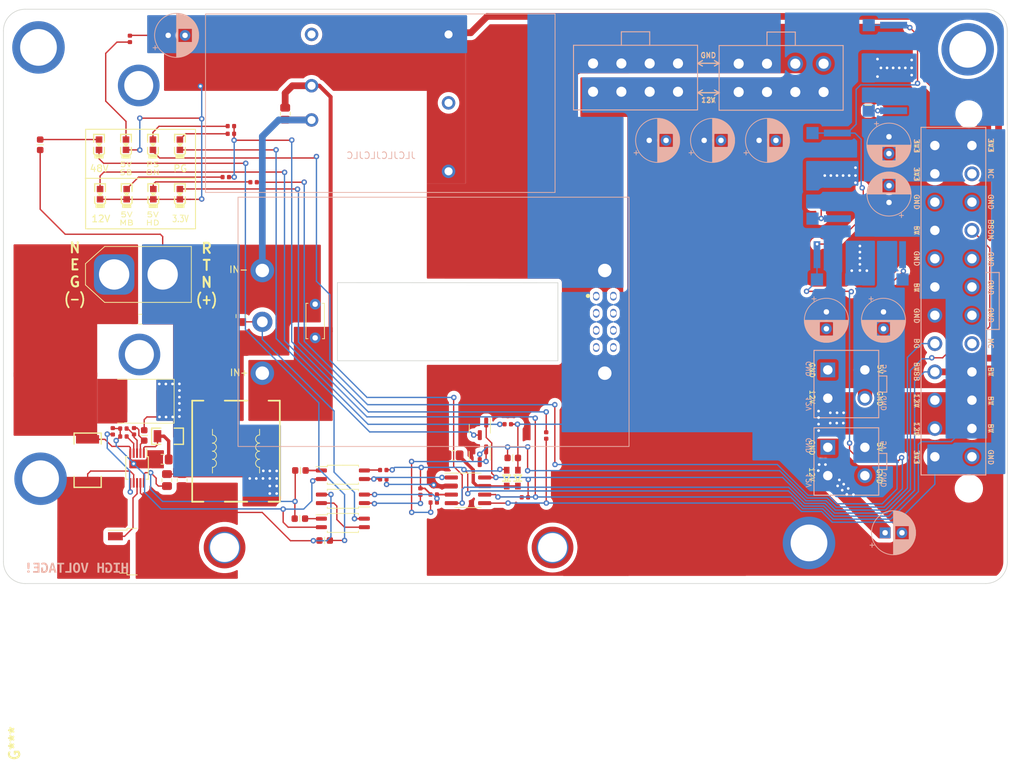
<source format=kicad_pcb>
(kicad_pcb (version 20211014) (generator pcbnew)
  (layers (0 "F.Cu" signal) (31 "B.Cu" signal) (34 "B.Paste" user) (35 "F.Paste" user) (36 "B.SilkS" user "B.Silkscreen") (37 "F.SilkS" user "F.Silkscreen") (38 "B.Mask" user) (39 "F.Mask" user) (44 "Edge.Cuts" user))
  (net 0 "")
  (net 1 "GND2")
  (net 2 "I2C_SCL")
  (net 3 "I2C_SDA")
  (net 4 "GNDS")
  (net 5 "PMBus_CTL")
  (net 6 "PMBus_ALT")
  (net 7 "+12V")
  (net 8 "Net-(D4-Pad2)")
  (net 9 "Net-(D5-Pad2)")
  (net 10 "Net-(C6-Pad1)")
  (net 11 "/+5VSB")
  (net 12 "Net-(Q2-Pad1)")
  (net 13 "Net-(Q2-Pad3)")
  (net 14 "GND1")
  (net 15 "/FPO")
  (net 16 "Net-(R5-Pad2)")
  (net 17 "Net-(R11-Pad1)")
  (net 18 "+5VD")
  (net 19 "/PGOOD")
  (net 20 "Net-(R25-Pad2)")
  (net 21 "Net-(R26-Pad2)")
  (net 22 "Net-(R27-Pad2)")
  (net 24 "/PG_HV")
  (net 25 "/PSON")
  (net 26 "+3.3V")
  (net 27 "+5VA")
  (net 30 "/DCDC_EN")
  (net 31 "Net-(D1-Pad2)")
  (net 32 "Net-(D8-Pad2)")
  (net 33 "Net-(D9-Pad2)")
  (net 34 "Net-(D10-Pad2)")
  (net 37 "/NEG_FIL")
  (net 38 "/RTN_FIL")
  (net 39 "/RTN")
  (net 40 "Net-(R19-Pad1)")
  (net 41 "Net-(D11-Pad1)")
  (net 42 "Net-(D11-Pad2)")
  (net 43 "Net-(D12-Pad2)")
  (net 44 "Net-(D4-Pad1)")
  (net 45 "Net-(C2-Pad1)")
  (net 46 "VEE")
  (net 47 "Net-(C3-Pad2)")
  (net 48 "Net-(R10-Pad2)")
  (net 49 "Net-(R20-Pad2)")
  (net 50 "Net-(R21-Pad2)")
  (net 51 "Net-(R16-Pad1)")
  (net 52 "Net-(Q5-Pad1)")
  (net 53 "Net-(R17-Pad1)")
  (net 54 "Net-(U3-Pad3)")
  (net 55 "/GATE")
  (footprint "lc:0402_R" (layer "F.Cu") (at 103.9 113.92)
    (fp_text reference "R10" hide)
    (fp_text value "56k")
  )
  (footprint "lc:0603_LED_S1_NUM" (layer "F.Cu") (at 100.43238 77.95 90)
    (fp_text reference "D8" hide)
    (fp_text value "Green")
  )
  (footprint "lc:1206_R" (layer "F.Cu") (at 110.44 113.88 180)
    (fp_text reference "R12" hide)
    (fp_text value "10k")
  )
  (footprint "lc:0603_R" (layer "F.Cu") (at 133.75 129.36)
    (fp_text reference "R9" hide)
    (fp_text value "68k")
  )
  (footprint "lc:0402_R" (layer "F.Cu") (at 142.44 118.9 180)
    (fp_text reference "R21" hide)
    (fp_text value "10k")
  )
  (footprint "lc:0402_R" (layer "F.Cu") (at 105.47 113.14 -90)
    (fp_text reference "R6" hide)
    (fp_text value "4.7k")
  )
  (footprint "lc:0402_R" (layer "F.Cu") (at 103.895 112.74 180)
    (fp_text reference "R11" hide)
    (fp_text value "4.7k")
  )
  (footprint "lc:0603_LED_S1_NUM" (layer "F.Cu") (at 104.38 77.95 90)
    (fp_text reference "D9" hide)
    (fp_text value "Green")
  )
  (footprint "Connector_AMASS:AMASS_XT60-M_1x02_P7.20mm_Vertical" (layer "F.Cu") (at 102.52 89.87)
    (fp_text reference "J1" hide)
    (fp_text value "XT60")
  )
  (footprint "lc:0402_C" (layer "F.Cu") (at 102.32 113.15 90)
    (fp_text reference "C2" hide)
    (fp_text value "470nF")
  )
  (footprint "LOGO" (layer "F.Cu") (at 87.75 159.45 -90)
    (fp_text reference "G***")
    (fp_text value "LOGO" hide)
  )
  (footprint "Diode_SMD:D_SMC" (layer "F.Cu") (at 106.62 108.69 180)
    (fp_text reference "D13" hide)
    (fp_text value "SMCJ70A")
  )
  (footprint "t123yh:MountingHole_SMTSO-M3" (layer "F.Cu") (at 118.9 130.4)
    (fp_text reference "H9" hide)
    (fp_text value "SMTSO-M3")
  )
  (footprint "lc:0402_R" (layer "F.Cu") (at 104.86 54.905 90)
    (fp_text reference "R22" hide)
    (fp_text value "10k")
  )
  (footprint "lc:0603_R" (layer "F.Cu") (at 130.15 118.96 180)
    (fp_text reference "R17" hide)
    (fp_text value "1k")
  )
  (footprint "lc:0402_R" (layer "F.Cu") (at 163.45 122.95)
    (fp_text reference "R23" hide)
    (fp_text value "22k")
  )
  (footprint "lc:0402_R" (layer "F.Cu") (at 160.91 112.1)
    (fp_text reference "R1" hide)
    (fp_text value "200k")
  )
  (footprint "Package_SO:SOIC-8_3.9x4.9mm_P1.27mm" (layer "F.Cu") (at 155.01 121.91)
    (fp_text reference "U7" hide)
    (fp_text value "TPS3510")
  )
  (footprint "lc:0805_C" (layer "F.Cu") (at 112.59 120.39 -90)
    (fp_text reference "C14" hide)
    (fp_text value "100nF/100V")
  )
  (footprint "lc:0603_LED_S1_NUM" (layer "F.Cu") (at 108.32762 77.95 90)
    (fp_text reference "D10" hide)
    (fp_text value "Green")
  )
  (footprint "lc:0402_R" (layer "F.Cu") (at 123.205 76.18)
    (fp_text reference "R4" hide)
    (fp_text value "56k")
  )
  (footprint "Package_SO:SOP-4_4.4x2.6mm_P1.27mm" (layer "F.Cu") (at 136.45 123.175 180)
    (fp_text reference "U4" hide)
    (fp_text value "EL3H7(B)(TA)-G")
  )
  (footprint "lc:0603_R" (layer "F.Cu") (at 214.38 64.77 -90)
    (fp_text reference "R25" hide)
    (fp_text value "390")
  )
  (footprint "Package_TO_SOT_SMD:TO-252-2" (layer "F.Cu") (at 106.91 131.01)
    (fp_text reference "Q2" hide)
    (fp_text value "KIA3510AD")
  )
  (footprint "lc:0603_LED_S1_NUM" (layer "F.Cu") (at 112.27862 70.6117 90)
    (fp_text reference "D11" hide)
    (fp_text value "Blue")
  )
  (footprint "lc:0603_LED_S1_NUM" (layer "F.Cu") (at 100.27862 70.6117 90)
    (fp_text reference "D4" hide)
    (fp_text value "Yellow")
  )
  (footprint "lc:0805_C" (layer "F.Cu") (at 121.36 96.05 90)
    (fp_text reference "C4" hide)
    (fp_text value "100nF/100V")
  )
  (footprint "Package_SO:SOP-4_4.4x2.6mm_P1.27mm" (layer "F.Cu") (at 136.45 126.75)
    (fp_text reference "U3" hide)
    (fp_text value "EL3H7(B)(TA)-G")
  )
  (footprint "lc:0805_C" (layer "F.Cu") (at 109.72 117.33)
    (fp_text reference "C3" hide)
    (fp_text value "100nF")
  )
  (footprint "Capacitor_THT:C_Disc_D5.0mm_W2.5mm_P5.00mm" (layer "F.Cu") (at 132.34 99.28 90)
    (fp_text reference "C1" hide)
    (fp_text value "400uF/100V")
  )
  (footprint "lc:0402_R" (layer "F.Cu") (at 119.84 67.85)
    (fp_text reference "R8" hide)
    (fp_text value "6.8k")
  )
  (footprint "lc:0402_R" (layer "F.Cu") (at 166.61 113.77 -90)
    (fp_text reference "R2" hide)
    (fp_text value "22k")
  )
  (footprint "lc:0805_C" (layer "F.Cu") (at 106.38 96.49 180)
    (fp_text reference "C11" hide)
    (fp_text value "100nF/100V")
  )
  (footprint "lc:0805_C" (layer "F.Cu") (at 127.89 66.01 -90)
    (fp_text reference "C5" hide)
    (fp_text value "100nF/100V")
  )
  (footprint "lc:0603_R" (layer "F.Cu") (at 106.98 113.76 -90)
    (fp_text reference "R5" hide)
    (fp_text value "130k")
  )
  (footprint "lc:0402_R" (layer "F.Cu") (at 142.45 120.28)
    (fp_text reference "R19" hide)
    (fp_text value "22k")
  )
  (footprint "lc:0805_R" (layer "F.Cu") (at 110.36 120.39 90)
    (fp_text reference "R13" hide)
    (fp_text value "27k")
  )
  (footprint "alex's:Quarter-Brick-PMBus" (layer "F.Cu") (at 149.9 96.9)
    (fp_text reference "U1" hide)
    (fp_text value "Brick-DCDC")
  )
  (footprint "t123yh:MountingHole_SMTSO-M3" (layer "F.Cu") (at 167.55 130.4)
    (fp_text reference "H8" hide)
    (fp_text value "SMTSO-M3")
  )
  (footprint "lc:0402_R" (layer "F.Cu") (at 147.95 122.1 -90)
    (fp_text reference "R20" hide)
    (fp_text value "3.3k")
  )
  (footprint "lc:0603_LED_S1_NUM" (layer "F.Cu") (at 104.27862 70.6117 90)
    (fp_text reference "D5" hide)
    (fp_text value "Yellow")
  )
  (footprint "lc:0603_LED_S1_NUM" (layer "F.Cu") (at 108.27862 70.6117 90)
    (fp_text reference "D12" hide)
    (fp_text value "Blue")
  )
  (footprint "Package_SO:MSOP-10_3x3mm_P0.5mm" (layer "F.Cu") (at 105.92 118.6 -90)
    (fp_text reference "U2" hide)
    (fp_text value "LM5067")
  )
  (footprint "lc:SOD-323" (layer "F.Cu") (at 162.41 120.1 90)
    (fp_text reference "D6" hide)
    (fp_text value "1N5819WS")
  )
  (footprint "lc:0603_R" (layer "F.Cu") (at 91.55 70.62 -90)
    (fp_text reference "R14" hide)
    (fp_text value "68k")
  )
  (footprint "lc:0402_R" (layer "F.Cu") (at 119.08 75.42)
    (fp_text reference "R3" hide)
    (fp_text value "56k")
  )
  (footprint "lc:0603_LED_S1_NUM" (layer "F.Cu") (at 112.27524 77.95 90)
    (fp_text reference "D1" hide)
    (fp_text value "Green")
  )
  (footprint "lc:2512_R" (layer "F.Cu") (at 98.59 117.44 90)
    (fp_text reference "R15" hide)
    (fp_text value "4m")
  )
  (footprint "Package_SO:SOP-4_4.4x2.6mm_P1.27mm" (layer "F.Cu") (at 136.45 119.6)
    (fp_text reference "U6" hide)
    (fp_text value "EL3H7(B)(TA)-G")
  )
  (footprint "lc:0402_R" (layer "F.Cu") (at 149.92 122.53)
    (fp_text reference "R18" hide)
    (fp_text value "5.1k")
  )
  (footprint "Package_TO_SOT_SMD:SOT-23" (layer "F.Cu") (at 156.75 116.78 -90)
    (fp_text reference "Q5" hide)
    (fp_text value "2N7002")
  )
  (footprint "t123yh:ACM1513" (layer "F.Cu") (at 120.6 116.1 90)
    (fp_text reference "FL1" hide)
    (fp_text value "ACM1513F-551T100")
  )
  (footprint "lc:0402_R" (layer "F.Cu") (at 119.84 68.99)
    (fp_text reference "R7" hide)
    (fp_text value "6.8k")
  )
  (footprint "lc:0402_R" (layer "F.Cu") (at 149.93 123.72)
    (fp_text reference "R28" hide)
    (fp_text value "100k")
  )
  (footprint "lc:0805_C" (layer "F.Cu") (at 152.87 116.72 180)
    (fp_text reference "C6" hide)
    (fp_text value "100nF/100V")
  )
  (footprint "lc:0402_R" (layer "F.Cu") (at 206.12 79.06 -90)
    (fp_text reference "R26" hide)
    (fp_text value "100")
  )
  (footprint "lc:0603_R" (layer "F.Cu") (at 130.07 126.11 180)
    (fp_text reference "R16" hide)
    (fp_text value "1k")
  )
  (footprint "Package_TO_SOT_SMD:SOT-23" (layer "F.Cu") (at 156.76 112.78 -90)
    (fp_text reference "Q6" hide)
    (fp_text value "2N7002")
  )
  (footprint "lc:0603_R" (layer "F.Cu") (at 161.65 117.1)
    (fp_text reference "R24" hide)
    (fp_text value "10k")
  )
  (footprint "LOGO" (layer "F.Cu") (at 160.6 93.1 90)
    (fp_text reference "G***" hide)
    (fp_text value "LOGO" hide)
  )
  (footprint "lc:0402_R" (layer "F.Cu") (at 217.02 90.72)
    (fp_text reference "R27" hide)
    (fp_text value "100")
  )
  (footprint "lc:SOD-323" (layer "F.Cu") (at 160.75 120.1 90)
    (fp_text reference "D7" hide)
    (fp_text value "1N5819WS")
  )
  (footprint "Capacitor_THT:CP_Radial_D6.3mm_P2.50mm" (layer "B.Cu") (at 217.46 79.18238 90)
    (fp_text reference "C16" hide)
    (fp_text value "470uF/25V")
  )
  (footprint "Capacitor_THT:CP_Radial_D6.3mm_P2.50mm" (layer "B.Cu") (at 110.54 54.38)
    (fp_text reference "C9" hide)
    (fp_text value "470uF/25V")
  )
  (footprint "t123yh:AV10-48Sxx" (layer "B.Cu") (at 141.95 64.3)
    (fp_text reference "U5" hide)
    (fp_text value "AV10-48S05")
  )
  (footprint "Capacitor_THT:CP_Radial_D6.3mm_P2.50mm" (layer "B.Cu") (at 181.89 69.97)
    (fp_text reference "C10" hide)
    (fp_text value "470uF/25V")
  )
  (footprint "t123yh:ZXDN10" (layer "B.Cu") (at 206.773 90.6185)
    (fp_text reference "U10" hide)
    (fp_text value "ZXDN10")
  )
  (footprint "t123yh:MountingHole_SMTSO-632" (layer "B.Cu") (at 205.59 129.72 180)
    (fp_text reference "H7" hide)
    (fp_text value "SMTSO-632")
  )
  (footprint "Capacitor_THT:CP_Radial_D6.3mm_P2.50mm" (layer "B.Cu") (at 190.03881 69.97)
    (fp_text reference "C8" hide)
    (fp_text value "470uF/25V")
  )
  (footprint "t123yh:MountingHole_SMTSO-632" (layer "B.Cu") (at 91.3 56.17 180)
    (fp_text reference "H6" hide)
    (fp_text value "SMTSO-632")
  )
  (footprint "Capacitor_THT:CP_Radial_D6.3mm_P2.50mm" (layer "B.Cu") (at 198.187621 69.97)
    (fp_text reference "C7" hide)
    (fp_text value "470uF/25V")
  )
  (footprint "Capacitor_THT:CP_Radial_D6.3mm_P2.50mm" (layer "B.Cu") (at 216.88 128.21)
    (fp_text reference "C13" hide)
    (fp_text value "470uF/25V")
  )
  (footprint "t123yh:ZXDN10" (layer "B.Cu") (at 214.4515 52.863 -90)
    (fp_text reference "U8" hide)
    (fp_text value "ZXDN10")
  )
  (footprint "t123yh:ATX-8P-Square" (layer "B.Cu") (at 201.46 60.69 180)
    (fp_text reference "J_CPU1" hide)
    (fp_text value "Conn_02x04_Top_Bottom")
  )
  (footprint "t123yh:ATX-24P" (layer "B.Cu") (at 227.01 93.83 90)
    (fp_text reference "J2" hide)
    (fp_text value "ATX-24")
  )
  (footprint "t123yh:ATX-4P" (layer "B.Cu") (at 211.13 106.14 90)
    (fp_text reference "J3" hide)
    (fp_text value "Conn_02x02_Top_Bottom")
  )
  (footprint "Capacitor_THT:CP_Radial_D6.3mm_P2.50mm" (layer "B.Cu") (at 208.17 95.427621 -90)
    (fp_text reference "C12" hide)
    (fp_text value "470uF/25V")
  )
  (footprint "t123yh:ATX-8P-Square" (layer "B.Cu") (at 179.86 60.65 180)
    (fp_text reference "J_CPU2" hide)
    (fp_text value "Conn_02x04_Top_Bottom")
  )
  (footprint "kibuzzard-62760563" (layer "B.Cu") (at 97.1 133.4 180)
    (fp_text reference "kibuzzard-62760563" hide)
    (fp_text value "G***" hide)
  )
  (footprint "Capacitor_THT:CP_Radial_D6.3mm_P2.50mm" (layer "B.Cu") (at 217.45 69.427621 -90)
    (fp_text reference "C15" hide)
    (fp_text value "470uF/25V")
  )
  (footprint "t123yh:ATX-4P" (layer "B.Cu") (at 211.13 117.63 90)
    (fp_text reference "J4" hide)
    (fp_text value "Conn_02x02_Top_Bottom")
  )
  (footprint "t123yh:MountingHole_SMTSO-632" (layer "B.Cu") (at 229.13 56.45 180)
    (fp_text reference "H4" hide)
    (fp_text value "SMTSO-632")
  )
  (footprint "t123yh:ZXDN10" (layer "B.Cu") (at 206.1095 68.883 -90)
    (fp_text reference "U9" hide)
    (fp_text value "ZXDN10")
  )
  (footprint "t123yh:MountingHole_SMTSO-M3" (layer "B.Cu") (at 106.17 61.82 180)
    (fp_text reference "H3" hide)
    (fp_text value "SMTSO-M3")
  )
  (footprint "t123yh:MountingHole_SMTSO-M3" (layer "B.Cu") (at 106.27 101.75 180)
    (fp_text reference "H2" hide)
    (fp_text value "SMTSO-M3")
  )
  (footprint "Capacitor_THT:CP_Radial_D6.3mm_P2.50mm" (layer "B.Cu") (at 216.64 95.427621 -90)
    (fp_text reference "C17" hide)
    (fp_text value "470uF/25V")
  )
  (footprint "t123yh:MountingHole_SMTSO-632" (layer "B.Cu") (at 91.61 120.19 180)
    (fp_text reference "H5" hide)
    (fp_text value "SMTSO-632")
  )
  (gr_line (start 192.259999 58.53) (end 191.56 58.930001) (layer "B.SilkS") (width 0.15))
  (gr_line (start 189.070001 58.540001) (end 189.77 58.940001) (layer "B.SilkS") (width 0.15))
  (gr_line (start 189.070001 62.9) (end 189.77 63.3) (layer "B.SilkS") (width 0.15))
  (gr_line (start 189.77 58.14) (end 189.070001 58.540001) (layer "B.SilkS") (width 0.15))
  (gr_line (start 192.259999 58.53) (end 189.08 58.53) (layer "B.SilkS") (width 0.15))
  (gr_line (start 192.259999 62.899999) (end 189.070001 62.9) (layer "B.SilkS") (width 0.15))
  (gr_line (start 191.56 58.13) (end 192.259999 58.53) (layer "B.SilkS") (width 0.15))
  (gr_line (start 192.259999 62.899999) (end 191.56 63.3) (layer "B.SilkS") (width 0.15))
  (gr_line (start 189.77 62.499999) (end 189.070001 62.9) (layer "B.SilkS") (width 0.15))
  (gr_line (start 191.56 62.499999) (end 192.259999 62.899999) (layer "B.SilkS") (width 0.15))
  (gr_rect (start 98.290952 68.32) (end 114.590952 83.1) (layer "F.SilkS") (width 0.15) (fill none))
  (gr_line (start 189.080002 62.89) (end 189.780001 62.49) (layer "F.SilkS") (width 0.15))
  (gr_line (start 191.570001 63.290001) (end 192.27 62.890001) (layer "F.SilkS") (width 0.15))
  (gr_line (start 192.27 62.890001) (end 189.080002 62.89) (layer "F.SilkS") (width 0.15))
  (gr_line (start 192.260001 58.520001) (end 189.080002 58.520001) (layer "F.SilkS") (width 0.15))
  (gr_line (start 192.27 58.530002) (end 191.570001 58.130001) (layer "F.SilkS") (width 0.15))
  (gr_line (start 192.27 62.890001) (end 191.570001 62.49) (layer "F.SilkS") (width 0.15))
  (gr_line (start 189.080002 58.520001) (end 189.780001 58.120001) (layer "F.SilkS") (width 0.15))
  (gr_line (start 189.780001 63.290001) (end 189.080002 62.89) (layer "F.SilkS") (width 0.15))
  (gr_line (start 189.780001 58.920002) (end 189.080002 58.520001) (layer "F.SilkS") (width 0.15))
  (gr_line (start 98.23762 75.6) (end 114.53762 75.6) (layer "F.SilkS") (width 0.15))
  (gr_line (start 191.570001 58.930002) (end 192.27 58.530002) (layer "F.SilkS") (width 0.15))
  (gr_arc (start 231.785969 50.5) (mid 234.058641 51.441359) (end 235 53.714031) (layer "Edge.Cuts") (width 0.1))
  (gr_line (start 168.34 102.68) (end 168.34 91.1) (layer "Edge.Cuts") (width 0.1))
  (gr_line (start 89.314031 135.741368) (end 231.8 135.741368) (layer "Edge.Cuts") (width 0.1))
  (gr_line (start 168.34 91.1) (end 135.64 91.08) (layer "Edge.Cuts") (width 0.1))
  (gr_line (start 235.014031 132.527337) (end 235 53.714031) (layer "Edge.Cuts") (width 0.1))
  (gr_arc (start 86.1 53.714031) (mid 87.041357 51.441348) (end 89.314031 50.5) (layer "Edge.Cuts") (width 0.1))
  (gr_line (start 86.1 53.714031) (end 86.1 132.527337) (layer "Edge.Cuts") (width 0.1))
  (gr_line (start 135.64 91.08) (end 135.64 102.68) (layer "Edge.Cuts") (width 0.1))
  (gr_line (start 231.785969 50.5) (end 89.314031 50.5) (layer "Edge.Cuts") (width 0.1))
  (gr_line (start 135.64 102.68) (end 168.34 102.68) (layer "Edge.Cuts") (width 0.1))
  (gr_arc (start 89.314031 135.741368) (mid 87.041335 134.800013) (end 86.1 132.527337) (layer "Edge.Cuts") (width 0.1))
  (gr_arc (start 235.014031 132.527337) (mid 234.07265 134.799976) (end 231.8 135.741368) (layer "Edge.Cuts") (width 0.1))
  (gr_text "GND" (at 205.57 115.24 90) (layer "B.SilkS") (effects (font (size 0.75 0.75) (thickness 0.12)) (justify mirror)))
  (gr_text "JLCJLCJLCJLC" (at 142.12 72.21) (layer "B.SilkS") (effects (font (size 1 1) (thickness 0.12)) (justify mirror)))
  (gr_text "12V" (at 205.57 120.45 90) (layer "B.SilkS") (effects (font (size 0.75 0.75) (thickness 0.12)) (justify mirror)))
  (gr_text "GND" (at 232.62 117 90) (layer "B.SilkS") (effects (font (size 0.75 0.75) (thickness 0.12)) (justify mirror)))
  (gr_text "5V" (at 232.62 104.3 90) (layer "B.SilkS") (effects (font (size 0.75 0.75) (thickness 0.12)) (justify mirror)))
  (gr_text "5V" (at 221.63 83.3 90) (layer "B.SilkS") (effects (font (size 0.75 0.75) (thickness 0.12)) (justify mirror)))
  (gr_text "GND" (at 232.62 79.1 90) (layer "B.SilkS") (effects (font (size 0.75 0.75) (thickness 0.12)) (justify mirror)))
  (gr_text "3V3" (at 221.63 70.8 90) (layer "B.SilkS") (effects (font (size 0.75 0.75) (thickness 0.12)) (justify mirror)))
  (gr_text "PSON" (at 232.62 83.2 90) (layer "B.SilkS") (effects (font (size 0.75 0.75) (thickness 0.12)) (justify mirror)))
  (gr_text "GND" (at 232.62 87.6 90) (layer "B.SilkS") (effects (font (size 0.75 0.75) (thickness 0.12)) (justify mirror)))
  (gr_text "GND" (at 232.62 91.8 90) (layer "B.SilkS") (effects (font (size 0.75 0.75) (thickness 0.12)) (justify mirror)))
  (gr_text "12V" (at 190.69 63.99 180) (layer "B.SilkS") (effects (font (size 0.75 0.75) (thickness 0.12)) (justify mirror)))
  (gr_text "GND" (at 221.63 96 90) (layer "B.SilkS") (effects (font (size 0.75 0.75) (thickness 0.12)) (justify mirror)))
  (gr_text "12V" (at 205.57 109.08 90) (layer "B.SilkS") (effects (font (size 0.75 0.75) (thickness 0.12)) (justify mirror)))
  (gr_text "5V" (at 221.63 91.8 90) (layer "B.SilkS") (effects (font (size 0.75 0.75) (thickness 0.12)) (justify mirror)))
  (gr_text "5VSB" (at 221.63 104.3 90) (layer "B.SilkS") (effects (font (size 0.75 0.75) (thickness 0.12)) (justify mirror)))
  (gr_text "GND" (at 190.65 57.33 180) (layer "B.SilkS") (effects (font (size 0.75 0.75) (thickness 0.12)) (justify mirror)))
  (gr_text "12V" (at 221.63 112.8 90) (layer "B.SilkS") (effects (font (size 0.75 0.75) (thickness 0.12)) (justify mirror)))
  (gr_text "GND" (at 216.7 108.96 90) (layer "B.SilkS") (effects (font (size 0.75 0.75) (thickness 0.12)) (justify mirror)))
  (gr_text "GND" (at 205.57 103.87 90) (layer "B.SilkS") (effects (font (size 0.75 0.75) (thickness 0.12)) (justify mirror)))
  (gr_text "PG" (at 221.63 100.1 90) (layer "B.SilkS") (effects (font (size 0.75 0.75) (thickness 0.12)) (justify mirror)))
  (gr_text "3V3" (at 221.63 75 90) (layer "B.SilkS") (effects (font (size 0.75 0.75) (thickness 0.12)) (justify mirror)))
  (gr_text "5V" (at 232.62 108.6 90) (layer "B.SilkS") (effects (font (size 0.75 0.75) (thickness 0.12)) (justify mirror)))
  (gr_text "GND" (at 221.63 79.1 90) (layer "B.SilkS") (effects (font (size 0.75 0.75) (thickness 0.12)) (justify mirror)))
  (gr_text "GND" (at 221.63 87.5 90) (layer "B.SilkS") (effects (font (size 0.75 0.75) (thickness 0.12)) (justify mirror)))
  (gr_text "NC" (at 232.62 74.9 90) (layer "B.SilkS") (effects (font (size 0.75 0.75) (thickness 0.12)) (justify mirror)))
  (gr_text "3V3" (at 221.63 117 90) (layer "B.SilkS") (effects (font (size 0.75 0.75) (thickness 0.12)) (justify mirror)))
  (gr_text "GND" (at 232.62 95.9 90) (layer "B.SilkS") (effects (font (size 0.75 0.75) (thickness 0.12)) (justify mirror)))
  (gr_text "5V" (at 216.69 115.23 90) (layer "B.SilkS") (effects (font (size 0.75 0.75) (thickness 0.12)) (justify mirror)))
  (gr_text "GND" (at 216.69 120.33 90) (layer "B.SilkS") (effects (font (size 0.75 0.75) (thickness 0.12)) (justify mirror)))
  (gr_text "12V" (at 221.63 108.6 90) (layer "B.SilkS") (effects (font (size 0.75 0.75) (thickness 0.12)) (justify mirror)))
  (gr_text "5V" (at 216.7 103.86 90) (layer "B.SilkS") (effects (font (size 0.75 0.75) (thickness 0.12)) (justify mirror)))
  (gr_text "NC" (at 232.62 100.1 90) (layer "B.SilkS") (effects (font (size 0.75 0.75) (thickness 0.12)) (justify mirror)))
  (gr_text "5V" (at 232.62 112.7 90) (layer "B.SilkS") (effects (font (size 0.75 0.75) (thickness 0.12)) (justify mirror)))
  (gr_text "3V3" (at 232.62 70.7 90) (layer "B.SilkS") (effects (font (size 0.75 0.75) (thickness 0.12)) (justify mirror)))
  (gr_text "12V" (at 221.55 112.8 -90) (layer "F.SilkS") (effects (font (size 0.75 0.75) (thickness 0.12))))
  (gr_text "GND" (at 232.55 95.9 -90) (layer "F.SilkS") (effects (font (size 0.75 0.75) (thickness 0.12))))
  (gr_text "G" (at 96.69 90.97) (layer "F.SilkS") (effects (font (size 1.5 1.5) (thickness 0.3))))
  (gr_text "3.3V" (at 112.357619 81.6) (layer "F.SilkS") (effects (font (size 1 0.75) (thickness 0.12))))
  (gr_text "5V" (at 221.55 83.3 -90) (layer "F.SilkS") (effects (font (size 0.75 0.75) (thickness 0.12))))
  (gr_text "12V" (at 221.55 108.6 -90) (layer "F.SilkS") (effects (font (size 0.75 0.75) (thickness 0.12))))
  (gr_text "12V" (at 190.650001 63.980001) (layer "F.SilkS") (effects (font (size 0.75 0.75) (thickness 0.12))))
  (gr_text "5V" (at 232.55 112.7 -90) (layer "F.SilkS") (effects (font (size 0.75 0.75) (thickness 0.12))))
  (gr_text "GND" (at 232.55 91.8 -90) (layer "F.SilkS") (effects (font (size 0.75 0.75) (thickness 0.12))))
  (gr_text "12V" (at 206.02 119.55 -90) (layer "F.SilkS") (effects (font (size 0.75 0.75) (thickness 0.12))))
  (gr_text "PS\nON" (at 108.24862 74.1417) (layer "F.SilkS") (effects (font (size 0.75 1) (thickness 0.12))))
  (gr_text "NC" (at 232.55 74.9 -90) (layer "F.SilkS") (effects (font (size 0.75 0.75) (thickness 0.12))))
  (gr_text "PSON" (at 232.55 83.2 -90) (layer "F.SilkS") (effects (font (size 0.75 0.75) (thickness 0.12))))
  (gr_text "GND" (at 206.02 115.55 -90) (layer "F.SilkS") (effects (font (size 0.75 0.75) (thickness 0.12))))
  (gr_text "48V" (at 100.30862 74.1417) (layer "F.SilkS") (effects (font (size 1 1))))
  (gr_text "3V3" (at 221.55 75 -90) (layer "F.SilkS") (effects (font (size 0.75 0.75) (thickness 0.12))))
  (gr_text "GND" (at 221.55 96 -90) (layer "F.SilkS") (effects (font (size 0.75 0.75) (thickness 0.12))))
  (gr_text "12V" (at 206.06 108.05 -90) (layer "F.SilkS") (effects (font (size 0.75 0.75) (thickness 0.12))))
  (gr_text "GND" (at 221.55 87.5 -90) (layer "F.SilkS") (effects (font (size 0.75 0.75) (thickness 0.12))))
  (gr_text "(-)" (at 96.69 93.496666) (layer "F.SilkS") (effects (font (size 1.5 1.2) (thickness 0.25))))
  (gr_text "GND" (at 232.55 117 -90) (layer "F.SilkS") (effects (font (size 0.75 0.75) (thickness 0.12))))
  (gr_text "3V3" (at 221.55 70.8 -90) (layer "F.SilkS") (effects (font (size 0.75 0.75) (thickness 0.12))))
  (gr_text "(+)" (at 116.24 93.57) (layer "F.SilkS") (effects (font (size 1.5 1.2) (thickness 0.25))))
  (gr_text "5VSB" (at 221.55 104.3 -90) (layer "F.SilkS") (effects (font (size 0.75 0.75) (thickness 0.12))))
  (gr_text "E" (at 96.69 88.443334) (layer "F.SilkS") (effects (font (size 1.5 1.5) (thickness 0.3))))
  (gr_text "5V" (at 216.14 103.94 -90) (layer "F.SilkS") (effects (font (size 0.75 0.75) (thickness 0.12))))
  (gr_text "GND" (at 216.04 119.81 -90) (layer "F.SilkS") (effects (font (size 0.75 0.75) (thickness 0.12))))
  (gr_text "NC" (at 232.55 100.1 -90) (layer "F.SilkS") (effects (font (size 0.75 0.75) (thickness 0.12))))
  (gr_text "GND" (at 232.55 87.6 -90) (layer "F.SilkS") (effects (font (size 0.75 0.75) (thickness 0.12))))
  (gr_text "5V" (at 232.55 104.3 -90) (layer "F.SilkS") (effects (font (size 0.75 0.75) (thickness 0.12))))
  (gr_text "PG" (at 112.32862 74.1417) (layer "F.SilkS") (effects (font (size 1 1))))
  (gr_text "12V" (at 100.55762 81.6) (layer "F.SilkS") (effects (font (size 1 1))))
  (gr_text "GND" (at 206.06 104.05 -90) (layer "F.SilkS") (effects (font (size 0.75 0.75) (thickness 0.12))))
  (gr_text "3V3" (at 232.55 70.7 -90) (layer "F.SilkS") (effects (font (size 0.75 0.75) (thickness 0.12))))
  (gr_text "5V" (at 221.55 91.8 -90) (layer "F.SilkS") (effects (font (size 0.75 0.75) (thickness 0.12))))
  (gr_text "R" (at 116.24 85.990002) (layer "F.SilkS") (effects (font (size 1.5 1.5) (thickness 0.3))))
  (gr_text "5V\nMB" (at 104.35762 81.6) (layer "F.SilkS") (effects (font (size 0.75 1) (thickness 0.12))))
  (gr_text "5V" (at 216.09 115.46 -90) (layer "F.SilkS") (effects (font (size 0.75 0.75) (thickness 0.12))))
  (gr_text "GND" (at 221.55 79.1 -90) (layer "F.SilkS") (effects (font (size 0.75 0.75) (thickness 0.12))))
  (gr_text "GND" (at 190.650001 57.320001) (layer "F.SilkS") (effects (font (size 0.75 0.75) (thickness 0.12))))
  (gr_text "5V" (at 232.55 108.6 -90) (layer "F.SilkS") (effects (font (size 0.75 0.75) (thickness 0.12))))
  (gr_text "5V\nHD" (at 108.240952 81.6) (layer "F.SilkS") (effects (font (size 0.75 1) (thickness 0.12))))
  (gr_text "PG" (at 221.55 100.1 -90) (layer "F.SilkS") (effects (font (size 0.75 0.75) (thickness 0.12))))
  (gr_text "N" (at 116.24 91.043334) (layer "F.SilkS") (effects (font (size 1.5 1.5) (thickness 0.3))))
  (gr_text "3V3" (at 221.55 117 -90) (layer "F.SilkS") (effects (font (size 0.75 0.75) (thickness 0.12))))
  (gr_text "GND" (at 216.09 108.29 -90) (layer "F.SilkS") (effects (font (size 0.75 0.75) (thickness 0.12))))
  (gr_text "GND" (at 232.55 79.1 -90) (layer "F.SilkS") (effects (font (size 0.75 0.75) (thickness 0.12))))
  (gr_text "5V\nSB" (at 104.275288 74.1417) (layer "F.SilkS") (effects (font (size 0.75 1) (thickness 0.12))))
  (gr_text "N" (at 96.69 85.916668) (layer "F.SilkS") (effects (font (size 1.5 1.5) (thickness 0.3))))
  (gr_text "T" (at 116.24 88.516668) (layer "F.SilkS") (effects (font (size 1.5 1.5) (thickness 0.3))))
  (segment (start 106.33 66.67) (end 115.41 66.67) (width 0.2) (layer "F.Cu") (net 1))
  (segment (start 208.38 115.53) (end 212.65 119.8) (width 2) (layer "F.Cu") (net 1))
  (segment (start 212.65 119.8) (end 213.81 119.8) (width 2) (layer "F.Cu") (net 1))
  (segment (start 215.58 90.72) (end 214.17 89.31) (width 0.2) (layer "F.Cu") (net 1))
  (segment (start 214.38 59.27) (end 215.75 57.9) (width 0.2) (layer "F.Cu") (net 1))
  (segment (start 214.38 64) (end 214.38 59.27) (width 0.2) (layer "F.Cu") (net 1))
  (segment (start 142.925 120.28) (end 142.925 121.025) (width 0.2) (layer "F.Cu") (net 1))
  (segment (start 100.43238 78.72) (end 112.27524 78.72) (width 0.2) (layer "F.Cu") (net 1))
  (segment (start 112.27524 78.72) (end 113.8 78.72) (width 0.2) (layer "F.Cu") (net 1))
  (segment (start 216.545 90.72) (end 215.58 90.72) (width 0.2) (layer "F.Cu") (net 1))
  (segment (start 115.41 66.67) (end 115.51 66.77) (width 0.2) (layer "F.Cu") (net 1))
  (segment (start 115.46 78.72) (end 115.51 78.67) (width 0.2) (layer "F.Cu") (net 1))
  (segment (start 213.81 119.8) (end 213.88 119.73) (width 2) (layer "F.Cu") (net 1))
  (segment (start 142.925 121.025) (end 142.93 121.03) (width 0.2) (layer "F.Cu") (net 1))
  (segment (start 113.8 78.72) (end 115.46 78.72) (width 0.2) (layer "F.Cu") (net 1))
  (segment (start 104.27862 71.3817) (end 106.3117 71.3817) (width 0.2) (layer "F.Cu") (net 1))
  (segment (start 106.3117 71.3817) (end 106.33 71.4) (width 0.2) (layer "F.Cu") (net 1))
  (via (at 220.82 58.04) (size 0.8) (drill 0.4) (layers "F.Cu" "B.Cu") (net 1))
  (via (at 149.92 121.11) (size 0.8) (drill 0.4) (layers "F.Cu" "B.Cu") (net 1))
  (via (at 213.14 87.458) (size 0.8) (drill 0.4) (layers "F.Cu" "B.Cu") (net 1))
  (via (at 207.928 75.19) (size 0.8) (drill 0.4) (layers "F.Cu" "B.Cu") (net 1))
  (via (at 218.072 59.21) (size 0.8) (drill 0.4) (layers "F.Cu" "B.Cu") (net 1))
  (via (at 115.32 61.92) (size 0.8) (drill 0.4) (layers "F.Cu" "B.Cu") (net 1))
  (via (at 106.33 66.67) (size 0.8) (drill 0.4) (layers "F.Cu" "B.Cu") (net 1))
  (via (at 115.51 66.77) (size 0.8) (drill 0.4) (layers "F.Cu" "B.Cu") (net 1))
  (via (at 211.552 75.19) (size 0.8) (drill 0.4) (layers "F.Cu" "B.Cu") (net 1))
  (via (at 220.82 60.28) (size 0.8) (drill 0.4) (layers "F.Cu" "B.Cu") (net 1))
  (via (at 213.14 85.646) (size 0.8) (drill 0.4) (layers "F.Cu" "B.Cu") (net 1))
  (via (at 213.14 89.27) (size 0.8) (drill 0.4) (layers "F.Cu" "B.Cu") (net 1))
  (via (at 209.74 75.19) (size 0.8) (drill 0.4) (layers "F.Cu" "B.Cu") (net 1))
  (via (at 213.14 86.552) (size 0.8) (drill 0.4) (layers "F.Cu" "B.Cu") (net 1))
  (via (at 106.33 71.4) (size 0.8) (drill 0.4) (layers "F.Cu" "B.Cu") (net 1))
  (via (at 208.834 75.19) (size 0.8) (drill 0.4) (layers "F.Cu" "B.Cu") (net 1))
  (via (at 115.51 78.67) (size 0.8) (drill 0.4) (layers "F.Cu" "B.Cu") (net 1))
  (via (at 217.166 59.21) (size 0.8) (drill 0.4) (layers "F.Cu" "B.Cu") (net 1))
  (via (at 215.75 60.5) (size 0.8) (drill 0.4) (layers "F.Cu" "B.Cu") (net 1))
  (via (at 216.26 59.21) (size 0.8) (drill 0.4) (layers "F.Cu" "B.Cu") (net 1))
  (via (at 211.93 89.31) (size 0.8) (drill 0.4) (layers "F.Cu" "B.Cu") (net 1))
  (via (at 212.488 75.19) (size 0.8) (drill 0.4) (layers "F.Cu" "B.Cu") (net 1))
  (via (at 212.488 76.26) (size 0.8) (drill 0.4) (layers "F.Cu" "B.Cu") (net 1))
  (via (at 220.82 59.21) (size 0.8) (drill 0.4) (layers "F.Cu" "B.Cu") (net 1))
  (via (at 215.75 57.9) (size 0.8) (drill 0.4) (layers "F.Cu" "B.Cu") (net 1))
  (via (at 212.488 74.02) (size 0.8) (drill 0.4) (layers "F.Cu" "B.Cu") (net 1))
  (via (at 210.646 75.19) (size 0.8) (drill 0.4) (layers "F.Cu" "B.Cu") (net 1))
  (via (at 213.14 88.364) (size 0.8) (drill 0.4) (layers "F.Cu" "B.Cu") (net 1))
  (via (at 214.17 89.31) (size 0.8) (drill 0.4) (layers "F.Cu" "B.Cu") (net 1))
  (via (at 219.884 59.21) (size 0.8) (drill 0.4) (layers "F.Cu" "B.Cu") (net 1))
  (via (at 142.93 121.03) (size 0.8) (drill 0.4) (layers "F.Cu" "B.Cu") (net 1))
  (via (at 218.978 59.21) (size 0.8) (drill 0.4) (layers "F.Cu" "B.Cu") (net 1))
  (segment (start 115.51 62.11) (end 115.32 61.92) (width 0.2) (layer "B.Cu") (net 1))
  (segment (start 115.51 78.67) (end 115.51 71.99) (width 0.2) (layer "B.Cu") (net 1))
  (segment (start 149.84 121.03) (end 142.93 121.03) (width 0.2) (layer "B.Cu") (net 1))
  (segment (start 115.51 66.77) (end 115.51 62.11) (width 0.2) (layer "B.Cu") (net 1))
  (segment (start 115.51 71.99) (end 115.51 66.77) (width 0.2) (layer "B.Cu") (net 1))
  (segment (start 149.92 121.11) (end 149.84 121.03) (width 0.2) (layer "B.Cu") (net 1))
  (segment (start 106.33 71.4) (end 106.33 66.67) (width 0.2) (layer "B.Cu") (net 1))
  (segment (start 180.46 101.98) (end 180.46 64.9) (width 2) (layer "F.Cu") (net 7))
  (segment (start 175.3 104.52) (end 177.92 104.52) (width 2) (layer "F.Cu") (net 7))
  (segment (start 161.385 112.1) (end 162.35 112.1) (width 0.25) (layer "F.Cu") (net 7))
  (segment (start 177.92 104.52) (end 180.46 101.98) (width 2) (layer "F.Cu") (net 7))
  (segment (start 180.46 64.9) (end 178.31 62.75) (width 2) (layer "F.Cu") (net 7))
  (segment (start 162.41 118.92) (end 162.41 112.16) (width 0.2) (layer "F.Cu") (net 7))
  (segment (start 178.31 62.75) (end 177.76 62.75) (width 2) (layer "F.Cu") (net 7))
  (segment (start 162.41 112.16) (end 162.35 112.1) (width 0.2) (layer "F.Cu") (net 7))
  (via (at 209.84 121.25) (size 0.8) (drill 0.4) (layers "F.Cu" "B.Cu") (net 7))
  (via (at 208.74 111.93) (size 0.8) (drill 0.4) (layers "F.Cu" "B.Cu") (net 7))
  (via (at 208.03 118.09) (size 0.8) (drill 0.4) (layers "F.Cu" "B.Cu") (net 7))
  (via (at 210.719999 110.4) (size 0.8) (drill 0.4) (layers "F.Cu" "B.Cu") (net 7))
  (via (at 207.01 110.15) (size 0.8) (drill 0.4) (layers "F.Cu" "B.Cu") (net 7))
  (via (at 207.01 111.119999) (size 0.8) (drill 0.4) (layers "F.Cu" "B.Cu") (net 7))
  (via (at 209.75 110.4) (size 0.8) (drill 0.4) (layers "F.Cu" "B.Cu") (net 7))
  (via (at 210.52 121.89) (size 0.8) (drill 0.4) (layers "F.Cu" "B.Cu") (net 7))
  (via (at 207.1 118.09) (size 0.8) (drill 0.4) (layers "F.Cu" "B.Cu") (net 7))
  (via (at 212.18 122.55) (size 0.8) (drill 0.4) (layers "F.Cu" "B.Cu") (net 7))
  (via (at 162.35 112.1) (size 0.8) (drill 0.4) (layers "F.Cu" "B.Cu") (net 7))
  (via (at 211.41 121.64) (size 0.8) (drill 0.4) (layers "F.Cu" "B.Cu") (net 7))
  (via (at 210.09 120.36) (size 0.8) (drill 0.4) (layers "F.Cu" "B.Cu") (net 7))
  (via (at 209.71 111.93) (size 0.8) (drill 0.4) (layers "F.Cu" "B.Cu") (net 7))
  (via (at 210.68 111.93) (size 0.8) (drill 0.4) (layers "F.Cu" "B.Cu") (net 7))
  (via (at 207.02 113.05) (size 0.8) (drill 0.4) (layers "F.Cu" "B.Cu") (net 7))
  (via (at 211.2 122.52) (size 0.8) (drill 0.4) (layers "F.Cu" "B.Cu") (net 7))
  (via (at 210.74 121) (size 0.8) (drill 0.4) (layers "F.Cu" "B.Cu") (net 7))
  (via (at 206.97 118.99) (size 0.8) (drill 0.4) (layers "F.Cu" "B.Cu") (net 7))
  (via (at 208.75 110.4) (size 0.8) (drill 0.4) (layers "F.Cu" "B.Cu") (net 7))
  (via (at 207.01 112.09) (size 0.8) (drill 0.4) (layers "F.Cu" "B.Cu") (net 7))
  (segment (start 175.3 107.65) (end 175.3 104.52) (width 0.2) (layer "B.Cu") (net 7))
  (segment (start 170.85 112.1) (end 175.3 107.65) (width 0.2) (layer "B.Cu") (net 7))
  (segment (start 162.35 112.1) (end 170.85 112.1) (width 0.2) (layer "B.Cu") (net 7))
  (segment (start 91.55 69.85) (end 91.5583 69.8417) (width 0.2) (layer "F.Cu") (net 8))
  (segment (start 91.5583 69.8417) (end 100.27862 69.8417) (width 0.2) (layer "F.Cu") (net 8))
  (segment (start 104.86 55.38) (end 102.94 55.38) (width 0.2) (layer "F.Cu") (net 9))
  (segment (start 101.27 57.05) (end 101.27 64.14) (width 0.2) (layer "F.Cu") (net 9))
  (segment (start 102.94 55.38) (end 101.27 57.05) (width 0.2) (layer "F.Cu") (net 9))
  (segment (start 104.27862 67.14862) (end 104.27862 69.8417) (width 0.2) (layer "F.Cu") (net 9))
  (segment (start 101.27 64.14) (end 104.27862 67.14862) (width 0.2) (layer "F.Cu") (net 9))
  (segment (start 156.345 121.275) (end 157.485 121.275) (width 0.5) (layer "F.Cu") (net 10))
  (segment (start 153.76 116.85) (end 155.79 118.88) (width 0.5) (layer "F.Cu") (net 10))
  (segment (start 155.79 118.88) (end 155.79 120.72) (width 0.5) (layer "F.Cu") (net 10))
  (segment (start 157.49 121.28) (end 157.485 121.275) (width 0.25) (layer "F.Cu") (net 10))
  (segment (start 162.41 121.28) (end 157.49 121.28) (width 0.25) (layer "F.Cu") (net 10))
  (segment (start 155.79 120.72) (end 156.345 121.275) (width 0.5) (layer "F.Cu") (net 10))
  (segment (start 153.76 116.72) (end 153.76 116.85) (width 0.5) (layer "F.Cu") (net 10))
  (segment (start 154.98 122.4) (end 154.97 122.39) (width 0.2) (layer "F.Cu") (net 11))
  (segment (start 142.945 118.87) (end 142.915 118.9) (width 0.2) (layer "F.Cu") (net 11))
  (segment (start 148.605 121.625) (end 149.445 122.465) (width 0.25) (layer "F.Cu") (net 11))
  (segment (start 225.1 62.83) (end 231.61 62.83) (width 1) (layer "F.Cu") (net 11))
  (segment (start 222.68 60.41) (end 225.1 62.83) (width 1) (layer "F.Cu") (net 11))
  (segment (start 148.07 118.52) (end 147.96 118.63) (width 0.2) (layer "F.Cu") (net 11))
  (segment (start 104.91 54.38) (end 104.86 54.43) (width 0.2) (layer "F.Cu") (net 11))
  (segment (start 147.95 121.625) (end 148.605 121.625) (width 0.25) (layer "F.Cu") (net 11))
  (segment (start 222.68 52.94) (end 222.68 60.41) (width 1) (layer "F.Cu") (net 11))
  (segment (start 152.375 53.99) (end 155.43 53.99) (width 1) (layer "F.Cu") (net 11))
  (segment (start 231.61 62.83) (end 233.71 64.93) (width 1) (layer "F.Cu") (net 11))
  (segment (start 143.77 118.87) (end 142.945 118.87) (width 0.2) (layer "F.Cu") (net 11))
  (segment (start 154.97 122.39) (end 154.97 119.39) (width 0.2) (layer "F.Cu") (net 11))
  (segment (start 147.96 118.63) (end 147.96 121.615) (width 0.2) (layer "F.Cu") (net 11))
  (segment (start 233.71 64.93) (end 233.71 101.96) (width 1) (layer "F.Cu") (net 11))
  (segment (start 233.38 102.29) (end 228.12 102.29) (width 1) (layer "F.Cu") (net 11))
  (segment (start 110.54 54.38) (end 104.91 54.38) (width 0.2) (layer "F.Cu") (net 11))
  (segment (start 149.445 122.465) (end 149.445 122.53) (width 0.25) (layer "F.Cu") (net 11))
  (segment (start 152.125 54.24) (end 152.375 53.99) (width 1) (layer "F.Cu") (net 11))
  (segment (start 233.71 101.96) (end 233.38 102.29) (width 1) (layer "F.Cu") (net 11))
  (segment (start 155.43 53.99) (end 157.85 51.57) (width 1) (layer "F.Cu") (net 11))
  (segment (start 157.85 51.57) (end 221.31 51.57) (width 1) (layer "F.Cu") (net 11))
  (segment (start 228.12 102.29) (end 226.08 104.33) (width 1) (layer "F.Cu") (net 11))
  (segment (start 159.75 118.8) (end 160.63 118.8) (width 0.2) (layer "F.Cu") (net 11))
  (segment (start 147.96 121.615) (end 147.95 121.625) (width 0.2) (layer "F.Cu") (net 11))
  (segment (start 154.97 119.39) (end 154.41 118.83) (width 0.2) (layer "F.Cu") (net 11))
  (segment (start 221.31 51.57) (end 222.68 52.94) (width 1) (layer "F.Cu") (net 11))
  (segment (start 226.08 104.33) (end 224.86 104.33) (width 1) (layer "F.Cu") (net 11))
  (segment (start 160.63 118.8) (end 160.75 118.92) (width 0.2) (layer "F.Cu") (net 11))
  (via (at 148.07 118.52) (size 0.8) (drill 0.4) (layers "F.Cu" "B.Cu") (net 11))
  (via (at 159.75 118.8) (size 0.8) (drill 0.4) (layers "F.Cu" "B.Cu") (net 11))
  (via (at 154.98 122.4) (size 0.8) (drill 0.4) (layers "F.Cu" "B.Cu") (net 11))
  (via (at 143.77 118.87) (size 0.8) (drill 0.4) (layers "F.Cu" "B.Cu") (net 11))
  (via (at 154.41 118.83) (size 0.8) (drill 0.4) (layers "F.Cu" "B.Cu") (net 11))
  (segment (start 155.38 122) (end 202.551372 122) (width 0.2) (layer "B.Cu") (net 11))
  (segment (start 221.25 121.92) (end 221.25 105.78) (width 0.2) (layer "B.Cu") (net 11))
  (segment (start 222.7 104.33) (end 224.26 104.33) (width 0.2) (layer "B.Cu") (net 11))
  (segment (start 154.41 118.83) (end 154.61 119.03) (width 0.2) (layer "B.Cu") (net 11))
  (segment (start 154.41 118.83) (end 154.08 118.5) (width 0.2) (layer "B.Cu") (net 11))
  (segment (start 154.61 119.03) (end 159.52 119.03) (width 0.2) (layer "B.Cu") (net 11))
  (segment (start 148.05 118.5) (end 144.14 118.5) (width 0.2) (layer "B.Cu") (net 11))
  (segment (start 221.25 105.78) (end 222.7 104.33) (width 0.2) (layer "B.Cu") (net 11))
  (segment (start 209.277256 125.74) (end 217.43 125.74) (width 0.2) (layer "B.Cu") (net 11))
  (segment (start 154.08 118.5) (end 148.09 118.5) (width 0.2) (layer "B.Cu") (net 11))
  (segment (start 148.09 118.5) (end 148.07 118.52) (width 0.2) (layer "B.Cu") (net 11))
  (segment (start 217.43 125.74) (end 221.25 121.92) (width 0.2) (layer "B.Cu") (net 11))
  (segment (start 202.551372 122) (end 204.801372 124.25) (width 0.2) (layer "B.Cu") (net 11))
  (segment (start 207.787256 124.25) (end 209.277256 125.74) (width 0.2) (layer "B.Cu") (net 11))
  (segment (start 159.52 119.03) (end 159.75 118.8) (width 0.2) (layer "B.Cu") (net 11))
  (segment (start 148.07 118.52) (end 148.05 118.5) (width 0.2) (layer "B.Cu") (net 11))
  (segment (start 204.801372 124.25) (end 207.787256 124.25) (width 0.2) (layer "B.Cu") (net 11))
  (segment (start 154.98 122.4) (end 155.38 122) (width 0.2) (layer "B.Cu") (net 11))
  (segment (start 144.14 118.5) (end 143.77 118.87) (width 0.2) (layer "B.Cu") (net 11))
  (segment (start 105.92 120.8) (end 105.92 122.43) (width 0.2) (layer "F.Cu") (net 12))
  (segment (start 105.92 122.43) (end 105.32 123.03) (width 0.2) (layer "F.Cu") (net 12))
  (segment (start 105.32 127.48) (end 104.07 128.73) (width 0.2) (layer "F.Cu") (net 12))
  (segment (start 105.32 123.03) (end 105.32 127.48) (width 0.2) (layer "F.Cu") (net 12))
  (segment (start 104.07 128.73) (end 102.71 128.73) (width 0.2) (layer "F.Cu") (net 12))
  (segment (start 98.59 119.48) (end 98.59 120.54) (width 0.2) (layer "F.Cu") (net 13))
  (segment (start 99.03 119.05) (end 98.6 119.48) (width 0.2) (layer "F.Cu") (net 13))
  (segment (start 105.42 120.8) (end 105.42 119.58) (width 0.2) (layer "F.Cu") (net 13))
  (segment (start 105.42 119.58) (end 104.89 119.05) (width 0.2) (layer "F.Cu") (net 13))
  (segment (start 104.89 119.05) (end 99.03 119.05) (width 0.2) (layer "F.Cu") (net 13))
  (segment (start 98.6 119.48) (end 98.59 119.48) (width 0.2) (layer "F.Cu") (net 13))
  (segment (start 116.47 123.43) (end 117.35 122.55) (width 0.2) (layer "F.Cu") (net 14))
  (segment (start 132.95 129.39) (end 132.07 129.39) (width 0.2) (layer "F.Cu") (net 14))
  (segment (start 106.42 120.8) (end 106.42 122.32) (width 0.2) (layer "F.Cu") (net 14))
  (segment (start 133.2625 122.54) (end 134.66 122.54) (width 0.2) (layer "F.Cu") (net 14))
  (segment (start 106.42 122.32) (end 107.53 123.43) (width 0.2) (layer "F.Cu") (net 14))
  (segment (start 132.98 129.36) (end 132.95 129.39) (width 0.2) (layer "F.Cu") (net 14))
  (segment (start 107.53 123.43) (end 116.47 123.43) (width 0.2) (layer "F.Cu") (net 14))
  (segment (start 132.07 129.39) (end 128.68 129.39) (width 0.2) (layer "F.Cu") (net 14))
  (segment (start 119.99 125.19) (end 117.35 122.55) (width 0.2) (layer "F.Cu") (net 14))
  (segment (start 128.68 129.39) (end 124.48 125.19) (width 0.2) (layer "F.Cu") (net 14))
  (segment (start 124.48 125.19) (end 119.99 125.19) (width 0.2) (layer "F.Cu") (net 14))
  (segment (start 134.66 122.54) (end 134.68 122.52) (width 0.2) (layer "F.Cu") (net 14))
  (via (at 132.07 129.39) (size 0.8) (drill 0.4) (layers "F.Cu" "B.Cu") (net 14))
  (via (at 134.68 122.52) (size 0.8) (drill 0.4) (layers "F.Cu" "B.Cu") (net 14))
  (segment (start 134.68 128.8) (end 134.09 129.39) (width 0.2) (layer "B.Cu") (net 14))
  (segment (start 134.68 122.52) (end 134.68 128.8) (width 0.2) (layer "B.Cu") (net 14))
  (segment (start 134.09 129.39) (end 132.07 129.39) (width 0.2) (layer "B.Cu") (net 14))
  (segment (start 141.16 122.54) (end 139.6375 122.54) (width 0.2) (layer "F.Cu") (net 15))
  (segment (start 152.535 122.545) (end 150.41 122.545) (width 0.25) (layer "F.Cu") (net 15))
  (segment (start 150.405 122.54) (end 150.395 122.53) (width 0.2) (layer "F.Cu") (net 15))
  (segment (start 150.405 122.985) (end 150.405 122.54) (width 0.2) (layer "F.Cu") (net 15))
  (segment (start 150.405 123.125) (end 150.405 122.985) (width 0.2) (layer "F.Cu") (net 15))
  (segment (start 150.405 123.72) (end 150.405 123.125) (width 0.2) (layer "F.Cu") (net 15))
  (segment (start 150.41 122.545) (end 150.395 122.53) (width 0.25) (layer "F.Cu") (net 15))
  (via (at 141.16 122.54) (size 0.8) (drill 0.4) (layers "F.Cu" "B.Cu") (net 15))
  (via (at 150.405 123.125) (size 0.8) (drill 0.4) (layers "F.Cu" "B.Cu") (net 15))
  (segment (start 141.17 122.53) (end 141.16 122.54) (width 0.2) (layer "B.Cu") (net 15))
  (segment (start 150.405 123.125) (end 149.81 122.53) (width 0.2) (layer "B.Cu") (net 15))
  (segment (start 149.81 122.53) (end 141.17 122.53) (width 0.2) (layer "B.Cu") (net 15))
  (segment (start 106.42 116.4) (end 106.42 115.09) (width 0.2) (layer "F.Cu") (net 16))
  (segment (start 106.19 112.93) (end 105.925 112.665) (width 0.2) (layer "F.Cu") (net 16))
  (segment (start 106.98 114.53) (end 106.950686 114.53) (width 0.2) (layer "F.Cu") (net 16))
  (segment (start 105.925 112.665) (end 105.47 112.665) (width 0.2) (layer "F.Cu") (net 16))
  (segment (start 106.19 113.769314) (end 106.19 112.93) (width 0.2) (layer "F.Cu") (net 16))
  (segment (start 106.950686 114.53) (end 106.19 113.769314) (width 0.2) (layer "F.Cu") (net 16))
  (segment (start 106.42 115.09) (end 106.98 114.53) (width 0.2) (layer "F.Cu") (net 16))
  (segment (start 105.415 113.615) (end 104.54 112.74) (width 0.2) (layer "F.Cu") (net 17))
  (segment (start 104.38 112.73) (end 104.37 112.74) (width 0.2) (layer "F.Cu") (net 17))
  (segment (start 105.92 114.49) (end 105.47 114.04) (width 0.2) (layer "F.Cu") (net 17))
  (segment (start 105.47 113.615) (end 105.415 113.615) (width 0.2) (layer "F.Cu") (net 17))
  (segment (start 105.47 114.04) (end 105.47 113.615) (width 0.2) (layer "F.Cu") (net 17))
  (segment (start 104.54 112.74) (end 104.37 112.74) (width 0.2) (layer "F.Cu") (net 17))
  (segment (start 105.92 116.4) (end 105.92 114.49) (width 0.2) (layer "F.Cu") (net 17))
  (segment (start 130.7 76.18) (end 123.68 76.18) (width 0.2) (layer "F.Cu") (net 18))
  (segment (start 167.92 118.08) (end 167.89 118.05) (width 0.2) (layer "F.Cu") (net 18))
  (segment (start 167.89 118.05) (end 167.89 109.2) (width 0.2) (layer "F.Cu") (net 18))
  (segment (start 130.71 76.17) (end 130.7 76.18) (width 0.2) (layer "F.Cu") (net 18))
  (via (at 167.89 109.2) (size 0.8) (drill 0.4) (layers "F.Cu" "B.Cu") (net 18))
  (via (at 130.71 76.17) (size 0.8) (drill 0.4) (layers "F.Cu" "B.Cu") (net 18))
  (via (at 167.92 118.08) (size 0.8) (drill 0.4) (layers "F.Cu" "B.Cu") (net 18))
  (segment (start 130.72 99.8) (end 140.12 109.2) (width 0.2) (layer "B.Cu") (net 18))
  (segment (start 140.12 109.2) (end 167.89 109.2) (width 0.2) (layer "B.Cu") (net 18))
  (segment (start 218.65 117.86) (end 216.32 115.53) (width 0.2) (layer "B.Cu") (net 18))
  (segment (start 205.464116 122.65) (end 208.45 122.65) (width 0.2) (layer "B.Cu") (net 18))
  (segment (start 208.45 122.65) (end 209.71 123.91) (width 0.2) (layer "B.Cu") (net 18))
  (segment (start 209.71 123.91) (end 216.44 123.91) (width 0.2) (layer "B.Cu") (net 18))
  (segment (start 200.894116 118.08) (end 205.464116 122.65) (width 0.2) (layer "B.Cu") (net 18))
  (segment (start 216.32 115.53) (end 213.88 115.53) (width 0.2) (layer "B.Cu") (net 18))
  (segment (start 130.72 76.18) (end 130.72 99.8) (width 0.2) (layer "B.Cu") (net 18))
  (segment (start 167.92 118.08) (end 200.894116 118.08) (width 0.2) (layer "B.Cu") (net 18))
  (segment (start 216.44 123.91) (end 218.65 121.7) (width 0.2) (layer "B.Cu") (net 18))
  (segment (start 218.65 121.7) (end 218.65 117.86) (width 0.2) (layer "B.Cu") (net 18))
  (segment (start 130.71 76.17) (end 130.72 76.18) (width 0.2) (layer "B.Cu") (net 18))
  (segment (start 157.71 114.07) (end 158.53 114.89) (width 0.2) (layer "F.Cu") (net 19))
  (segment (start 158.53 114.89) (end 158.53 119.38) (width 0.2) (layer "F.Cu") (net 19))
  (segment (start 163.925 120.325) (end 163.95 120.3) (width 0.2) (layer "F.Cu") (net 19))
  (segment (start 159.15 120) (end 158.82 120) (width 0.25) (layer "F.Cu") (net 19))
  (segment (start 158.815 120.005) (end 157.485 120.005) (width 0.25) (layer "F.Cu") (net 19))
  (segment (start 157.71 111.8425) (end 157.71 114.07) (width 0.2) (layer "F.Cu") (net 19))
  (segment (start 158.82 120) (end 158.815 120.005) (width 0.25) (layer "F.Cu") (net 19))
  (segment (start 163.925 122.95) (end 163.925 120.325) (width 0.2) (layer "F.Cu") (net 19))
  (segment (start 158.53 119.38) (end 159.15 120) (width 0.2) (layer "F.Cu") (net 19))
  (via (at 163.95 120.3) (size 0.8) (drill 0.4) (layers "F.Cu" "B.Cu") (net 19))
  (via (at 159.15 120) (size 0.8) (drill 0.4) (layers "F.Cu" "B.Cu") (net 19))
  (segment (start 224.26 100.13) (end 222.24 100.13) (width 0.2) (layer "B.Cu") (net 19))
  (segment (start 208.118628 123.45) (end 205.132744 123.45) (width 0.2) (layer "B.Cu") (net 19))
  (segment (start 209.508628 124.84) (end 208.118628 123.45) (width 0.2) (layer "B.Cu") (net 19))
  (segment (start 201.682744 120) (end 159.15 120) (width 0.2) (layer "B.Cu") (net 19))
  (segment (start 220.19 102.18) (end 220.19 121.58) (width 0.2) (layer "B.Cu") (net 19))
  (segment (start 216.93 124.84) (end 209.508628 124.84) (width 0.2) (layer "B.Cu") (net 19))
  (segment (start 205.132744 123.45) (end 201.682744 120) (width 0.2) (layer "B.Cu") (net 19))
  (segment (start 222.24 100.13) (end 220.19 102.18) (width 0.2) (layer "B.Cu") (net 19))
  (segment (start 220.19 121.58) (end 216.93 124.84) (width 0.2) (layer "B.Cu") (net 19))
  (segment (start 214.38 65.54) (end 215.764 65.54) (width 0.2) (layer "F.Cu") (net 20))
  (segment (start 215.764 65.54) (end 215.787 65.563) (width 0.2) (layer "F.Cu") (net 20))
  (via (at 215.787 65.563) (size 0.8) (drill 0.4) (layers "F.Cu" "B.Cu") (net 20))
  (segment (start 215.787 65.563) (end 214.4515 65.563) (width 0.2) (layer "B.Cu") (net 20))
  (segment (start 218.1415 65.563) (end 215.787 65.563) (width 0.2) (layer "B.Cu") (net 20))
  (segment (start 207.035 79.535) (end 207.4 79.9) (width 0.2) (layer "F.Cu") (net 21))
  (segment (start 207.4 79.9) (end 207.4 81.55) (width 0.2) (layer "F.Cu") (net 21))
  (segment (start 206.12 79.535) (end 207.035 79.535) (width 0.2) (layer "F.Cu") (net 21))
  (via (at 207.4 81.55) (size 0.8) (drill 0.4) (layers "F.Cu" "B.Cu") (net 21))
  (segment (start 206.1095 81.583) (end 209.7995 81.583) (width 0.2) (layer "B.Cu") (net 21))
  (segment (start 218.256 90.72) (end 219.593 89.383) (width 0.2) (layer "F.Cu") (net 22))
  (segment (start 217.495 90.719999) (end 218.256 90.72) (width 0.2) (layer "F.Cu") (net 22))
  (via (at 219.593 89.383) (size 0.8) (drill 0.4) (layers "F.Cu" "B.Cu") (net 22))
  (segment (start 219.593 87.0285) (end 219.593 89.383) (width 0.2) (layer "B.Cu") (net 22))
  (segment (start 219.593 89.383) (end 219.593 90.7185) (width 0.2) (layer "B.Cu") (net 22))
  (segment (start 107.16 119.29) (end 107.94 119.29) (width 0.2) (layer "F.Cu") (net 24))
  (segment (start 129.35 123.56) (end 129.33 123.58) (width 0.2) (layer "F.Cu") (net 24))
  (segment (start 109.09 121.28) (end 110.36 121.28) (width 0.2) (layer "F.Cu") (net 24))
  (segment (start 106.92 120.8) (end 106.92 119.53) (width 0.2) (layer "F.Cu") (net 24))
  (segment (start 129.38 123.53) (end 129.35 123.56) (width 0.2) (layer "F.Cu") (net 24))
  (segment (start 129.38 118.96) (end 129.38 123.53) (width 0.2) (layer "F.Cu") (net 24))
  (segment (start 108.75 120.94) (end 109.09 121.28) (width 0.2) (layer "F.Cu") (net 24))
  (segment (start 129.33 126.08) (end 129.3 126.11) (width 0.2) (layer "F.Cu") (net 24))
  (segment (start 107.94 119.29) (end 108.75 120.1) (width 0.2) (layer "F.Cu") (net 24))
  (segment (start 108.75 120.1) (end 108.75 120.94) (width 0.2) (layer "F.Cu") (net 24))
  (segment (start 106.92 119.53) (end 107.16 119.29) (width 0.2) (layer "F.Cu") (net 24))
  (segment (start 129.33 123.58) (end 129.33 126.08) (width 0.2) (layer "F.Cu") (net 24))
  (via (at 129.35 123.56) (size 0.8) (drill 0.4) (layers "F.Cu" "B.Cu") (net 24))
  (via (at 107.94 119.29) (size 0.8) (drill 0.4) (layers "F.Cu" "B.Cu") (net 24))
  (segment (start 109.71 123.56) (end 107.94 121.79) (width 0.2) (layer "B.Cu") (net 24))
  (segment (start 109.71 123.56) (end 129.35 123.56) (width 0.2) (layer "B.Cu") (net 24))
  (segment (start 107.94 121.79) (end 107.94 119.29) (width 0.2) (layer "B.Cu") (net 24))
  (segment (start 231.84 98.14) (end 232.41 97.57) (width 0.2) (layer "F.Cu") (net 25))
  (segment (start 223.8 102.24) (end 225.41 102.24) (width 0.2) (layer "F.Cu") (net 25))
  (segment (start 225.41 102.24) (end 229.51 98.14) (width 0.2) (layer "F.Cu") (net 25))
  (segment (start 154.15 119.62) (end 154.15 123.8) (width 0.2) (layer "F.Cu") (net 25))
  (segment (start 232.41 85.98) (end 229.76 83.33) (width 0.2) (layer "F.Cu") (net 25))
  (segment (start 232.41 97.57) (end 232.41 85.98) (width 0.2) (layer "F.Cu") (net 25))
  (segment (start 154.135 123.815) (end 154.15 123.8) (width 0.2) (layer "F.Cu") (net 25))
  (segment (start 152.88 118.35) (end 154.15 119.62) (width 0.2) (layer "F.Cu") (net 25))
  (segment (start 108.27862 71.59862) (end 109.26 72.58) (width 0.2) (layer "F.Cu") (net 25))
  (segment (start 152.535 123.815) (end 154.135 123.815) (width 0.2) (layer "F.Cu") (net 25))
  (segment (start 109.26 72.58) (end 132.31 72.58) (width 0.2) (layer "F.Cu") (net 25))
  (segment (start 152.91 108.13) (end 152.88 108.16) (width 0.2) (layer "F.Cu") (net 25))
  (segment (start 132.31 72.58) (end 132.53 72.36) (width 0.2) (layer "F.Cu") (net 25))
  (segment (start 108.27862 71.3817) (end 108.27862 71.59862) (width 0.2) (layer "F.Cu") (net 25))
  (segment (start 152.88 108.16) (end 152.88 118.35) (width 0.2) (layer "F.Cu") (net 25))
  (segment (start 229.51 98.14) (end 231.84 98.14) (width 0.2) (layer "F.Cu") (net 25))
  (via (at 152.91 108.13) (size 0.8) (drill 0.4) (layers "F.Cu" "B.Cu") (net 25))
  (via (at 132.53 72.36) (size 0.8) (drill 0.4) (layers "F.Cu" "B.Cu") (net 25))
  (via (at 154.15 123.8) (size 0.8) (drill 0.4) (layers "F.Cu" "B.Cu") (net 25))
  (via (at 223.8 102.24) (size 0.8) (drill 0.4) (layers "F.Cu" "B.Cu") (net 25))
  (segment (start 154.12 123.77) (end 154.15 123.8) (width 0.2) (layer "B.Cu") (net 25))
  (segment (start 207.952942 123.85) (end 204.967058 123.85) (width 0.2) (layer "B.Cu") (net 25))
  (segment (start 140.03 108.12) (end 134.52 102.61) (width 0.2) (layer "B.Cu") (net 25))
  (segment (start 152.9 108.12) (end 140.03 108.12) (width 0.2) (layer "B.Cu") (net 25))
  (segment (start 209.392942 125.29) (end 207.952942 123.85) (width 0.2) (layer "B.Cu") (net 25))
  (segment (start 132.53 90.87) (end 132.53 72.36) (width 0.2) (layer "B.Cu") (net 25))
  (segment (start 204.967058 123.85) (end 202.567058 121.45) (width 0.2) (layer "B.Cu") (net 25))
  (segment (start 223.8 102.24) (end 223.65 102.39) (width 0.2) (layer "B.Cu") (net 25))
  (segment (start 220.64 104.1) (end 220.64 121.766396) (width 0.2) (layer "B.Cu") (net 25))
  (segment (start 202.567058 121.45) (end 154.47 121.45) (width 0.2) (layer "B.Cu") (net 25))
  (segment (start 217.116396 125.29) (end 209.392942 125.29) (width 0.2) (layer "B.Cu") (net 25))
  (segment (start 154.47 121.45) (end 154.12 121.8) (width 0.2) (layer "B.Cu") (net 25))
  (segment (start 223.65 102.39) (end 222.35 102.39) (width 0.2) (layer "B.Cu") (net 25))
  (segment (start 134.52 92.86) (end 132.53 90.87) (width 0.2) (layer "B.Cu") (net 25))
  (segment (start 222.35 102.39) (end 220.64 104.1) (width 0.2) (layer "B.Cu") (net 25))
  (segment (start 152.91 108.13) (end 152.9 108.12) (width 0.2) (layer "B.Cu") (net 25))
  (segment (start 134.52 102.61) (end 134.52 92.86) (width 0.2) (layer "B.Cu") (net 25))
  (segment (start 154.12 121.8) (end 154.12 123.77) (width 0.2) (layer "B.Cu") (net 25))
  (segment (start 220.64 121.766396) (end 217.116396 125.29) (width 0.2) (layer "B.Cu") (net 25))
  (segment (start 166.61 123.78) (end 166.63 123.8) (width 0.2) (layer "F.Cu") (net 26))
  (segment (start 160.935 123.815) (end 157.485 123.815) (width 0.2) (layer "F.Cu") (net 26))
  (segment (start 166.61 114.245) (end 166.61 123.78) (width 0.2) (layer "F.Cu") (net 26))
  (segment (start 160.95 123.8) (end 160.935 123.815) (width 0.2) (layer "F.Cu") (net 26))
  (via (at 166.63 123.8) (size 0.8) (drill 0.4) (layers "F.Cu" "B.Cu") (net 26))
  (via (at 160.95 123.8) (size 0.8) (drill 0.4) (layers "F.Cu" "B.Cu") (net 26))
  (segment (start 160.95 123.8) (end 166.63 123.8) (width 0.2) (layer "B.Cu") (net 26))
  (segment (start 204.47 125.05) (end 207.455884 125.05) (width 0.2) (layer "B.Cu") (net 26))
  (segment (start 218.61 126.64) (end 224.26 120.99) (width 0.2) (layer "B.Cu") (net 26))
  (segment (start 203.22 123.8) (end 204.47 125.05) (width 0.2) (layer "B.Cu") (net 26))
  (segment (start 209.045884 126.64) (end 218.61 126.64) (width 0.2) (layer "B.Cu") (net 26))
  (segment (start 166.63 123.8) (end 203.22 123.8) (width 0.2) (layer "B.Cu") (net 26))
  (segment (start 224.26 120.99) (end 224.26 116.93) (width 0.2) (layer "B.Cu") (net 26))
  (segment (start 207.455884 125.05) (end 209.045884 126.64) (width 0.2) (layer "B.Cu") (net 26))
  (segment (start 120.31 69.95) (end 120.315 69.945) (width 0.2) (layer "F.Cu") (net 27))
  (segment (start 157.485 122.545) (end 159.095 122.545) (width 0.2) (layer "F.Cu") (net 27))
  (segment (start 128.84 69.95) (end 120.31 69.95) (width 0.2) (layer "F.Cu") (net 27))
  (segment (start 159.095 122.545) (end 159.45 122.9) (width 0.2) (layer "F.Cu") (net 27))
  (segment (start 164.99 122.86) (end 165.03 122.9) (width 0.2) (layer "F.Cu") (net 27))
  (segment (start 120.32 75.42) (end 120.33 75.41) (width 0.2) (layer "F.Cu") (net 27))
  (segment (start 162.975 122.95) (end 162.925 122.9) (width 0.2) (layer "F.Cu") (net 27))
  (segment (start 162.925 122.9) (end 159.45 122.9) (width 0.2) (layer "F.Cu") (net 27))
  (segment (start 120.315 69.945) (end 120.315 67.85) (width 0.2) (layer "F.Cu") (net 27))
  (segment (start 119.555 75.42) (end 120.32 75.42) (width 0.2) (layer "F.Cu") (net 27))
  (segment (start 164.98 111.2) (end 164.99 111.21) (width 0.2) (layer "F.Cu") (net 27))
  (segment (start 128.87 69.92) (end 128.84 69.95) (width 0.2) (layer "F.Cu") (net 27))
  (segment (start 164.99 111.21) (end 164.99 122.86) (width 0.2) (layer "F.Cu") (net 27))
  (via (at 120.31 69.95) (size 0.8) (drill 0.4) (layers "F.Cu" "B.Cu") (net 27))
  (via (at 164.98 111.2) (size 0.8) (drill 0.4) (layers "F.Cu" "B.Cu") (net 27))
  (via (at 128.87 69.92) (size 0.8) (drill 0.4) (layers "F.Cu" "B.Cu") (net 27))
  (via (at 120.33 75.41) (size 0.8) (drill 0.4) (layers "F.Cu" "B.Cu") (net 27))
  (via (at 159.45 122.9) (size 0.8) (drill 0.4) (layers "F.Cu" "B.Cu") (net 27))
  (via (at 165.03 122.9) (size 0.8) (drill 0.4) (layers "F.Cu" "B.Cu") (net 27))
  (segment (start 207.62157 124.65) (end 209.16157 126.19) (width 0.2) (layer "B.Cu") (net 27))
  (segment (start 221.82 122.09) (end 221.82 115.09) (width 0.2) (layer "B.Cu") (net 27))
  (segment (start 217.72 126.19) (end 221.82 122.09) (width 0.2) (layer "B.Cu") (net 27))
  (segment (start 202.885686 122.9) (end 204.635686 124.65) (width 0.2) (layer "B.Cu") (net 27))
  (segment (start 159.45 122.9) (end 165.03 122.9) (width 0.2) (layer "B.Cu") (net 27))
  (segment (start 226.7 114.69) (end 228.66 112.73) (width 0.2) (layer "B.Cu") (net 27))
  (segment (start 196.35 122.9) (end 202.885686 122.9) (width 0.2) (layer "B.Cu") (net 27))
  (segment (start 222.22 114.69) (end 226.7 114.69) (width 0.2) (layer "B.Cu") (net 27))
  (segment (start 228.66 112.73) (end 229.76 112.73) (width 0.2) (layer "B.Cu") (net 27))
  (segment (start 140.017157 111.007157) (end 128.86 99.85) (width 0.2) (layer "B.Cu") (net 27))
  (segment (start 165.03 122.9) (end 196.35 122.9) (width 0.2) (layer "B.Cu") (net 27))
  (segment (start 221.82 115.09) (end 222.22 114.69) (width 0.2) (layer "B.Cu") (net 27))
  (segment (start 128.86 99.85) (end 128.86 69.93) (width 0.2) (layer "B.Cu") (net 27))
  (segment (start 164.787157 111.007157) (end 140.017157 111.007157) (width 0.2) (layer "B.Cu") (net 27))
  (segment (start 204.635686 124.65) (end 207.62157 124.65) (width 0.2) (layer "B.Cu") (net 27))
  (segment (start 209.16157 126.19) (end 217.72 126.19) (width 0.2) (layer "B.Cu") (net 27))
  (segment (start 164.98 111.2) (end 164.787157 111.007157) (width 0.2) (layer "B.Cu") (net 27))
  (segment (start 128.86 69.93) (end 128.87 69.92) (width 0.2) (layer "B.Cu") (net 27))
  (segment (start 120.33 69.97) (end 120.31 69.95) (width 0.2) (layer "B.Cu") (net 27))
  (segment (start 120.33 75.41) (end 120.33 69.97) (width 0.2) (layer "B.Cu") (net 27))
  (segment (start 213.186 117.496) (end 211.61 115.92) (width 0.2) (layer "F.Cu") (net 30))
  (segment (start 213.64 81.25) (end 213.64 77.17) (width 0.2) (layer "F.Cu") (net 30))
  (segment (start 219.33 117.06) (end 218.894 117.496) (width 0.2) (layer "F.Cu") (net 30))
  (segment (start 221.69 54.37) (end 220.55 53.23) (width 0.2) (layer "F.Cu") (net 30))
  (segment (start 209.53 85.36) (end 213.64 81.25) (width 0.2) (layer "F.Cu") (net 30))
  (segment (start 213.64 77.17) (end 213.48 77.01) (width 0.2) (layer "F.Cu") (net 30))
  (segment (start 211.61 115.92) (end 211.61 114.9) (width 0.2) (layer "F.Cu") (net 30))
  (segment (start 205.23 92.37) (end 211.81 92.37) (width 0.2) (layer "F.Cu") (net 30))
  (segment (start 163.87 115.46) (end 163.85 115.48) (width 0.2) (layer "F.Cu") (net 30))
  (segment (start 211.81 92.37) (end 211.86 92.42) (width 0.2) (layer "F.Cu") (net 30))
  (segment (start 218.894 117.496) (end 213.186 117.496) (width 0.2) (layer "F.Cu") (net 30))
  (segment (start 221.69 61.5) (end 221.69 54.37) (width 0.2) (layer "F.Cu") (net 30))
  (segment (start 206.79 85.36) (end 209.53 85.36) (width 0.2) (layer "F.Cu") (net 30))
  (segment (start 160.88 115.49) (end 160.88 117.1) (width 0.2) (layer "F.Cu") (net 30))
  (segment (start 160.89 115.48) (end 160.88 115.49) (width 0.2) (layer "F.Cu") (net 30))
  (segment (start 163.85 115.48) (end 163.85 119) (width 0.2) (layer "F.Cu") (net 30))
  (segment (start 156.75 116.55) (end 156.75 117.7175) (width 0.2) (layer "F.Cu") (net 30))
  (via (at 205.23 92.37) (size 0.8) (drill 0.4) (layers "F.Cu" "B.Cu") (net 30))
  (via (at 163.87 115.46) (size 0.8) (drill 0.4) (layers "F.Cu" "B.Cu") (net 30))
  (via (at 163.85 119) (size 0.8) (drill 0.4) (layers "F.Cu" "B.Cu") (net 30))
  (via (at 206.79 85.36) (size 0.8) (drill 0.4) (layers "F.Cu" "B.Cu") (net 30))
  (via (at 211.86 92.42) (size 0.8) (drill 0.4) (layers "F.Cu" "B.Cu") (net 30))
  (via (at 219.33 117.06) (size 0.8) (drill 0.4) (layers "F.Cu" "B.Cu") (net 30))
  (via (at 220.55 53.23) (size 0.8) (drill 0.4) (layers "F.Cu" "B.Cu") (net 30))
  (via (at 156.75 116.55) (size 0.8) (drill 0.4) (layers "F.Cu" "B.Cu") (net 30))
  (via (at 221.69 61.5) (size 0.8) (drill 0.4) (layers "F.Cu" "B.Cu") (net 30))
  (via (at 211.61 114.9) (size 0.8) (drill 0.4) (layers "F.Cu" "B.Cu") (net 30))
  (via (at 213.48 77.01) (size 0.8) (drill 0.4) (layers "F.Cu" "B.Cu") (net 30))
  (via (at 160.89 115.48) (size 0.8) (drill 0.4) (layers "F.Cu" "B.Cu") (net 30))
  (segment (start 157.85 115.45) (end 160.86 115.45) (width 0.2) (layer "B.Cu") (net 30))
  (segment (start 211.267 68.883) (end 209.7995 68.883) (width 0.2) (layer "B.Cu") (net 30))
  (segment (start 209.624314 124.39) (end 208.284314 123.05) (width 0.2) (layer "B.Cu") (net 30))
  (segment (start 208.284314 123.05) (end 205.29843 123.05) (width 0.2) (layer "B.Cu") (net 30))
  (segment (start 211.6 114.89) (end 211.6 92.68) (width 0.2) (layer "B.Cu") (net 30))
  (segment (start 212.413 68.883) (end 209.7995 68.883) (width 0.2) (layer "B.Cu") (net 30))
  (segment (start 213.48 77.01) (end 213.33 76.86) (width 0.2) (layer "B.Cu") (net 30))
  (segment (start 156.75 116.55) (end 157.85 115.45) (width 0.2) (layer "B.Cu") (net 30))
  (segment (start 201.23843 118.99) (end 163.86 118.99) (width 0.2) (layer "B.Cu") (net 30))
  (segment (start 219.4405 121.693104) (end 216.743604 124.39) (width 0.2) (layer "B.Cu") (net 30))
  (segment (start 163.87 115.46) (end 163.85 115.48) (width 0.2) (layer "B.Cu") (net 30))
  (segment (start 219.4405 117.1705) (end 219.4405 121.693104) (width 0.2) (layer "B.Cu") (net 30))
  (segment (start 220.183 52.863) (end 214.4515 52.863) (width 0.2) (layer "B.Cu") (net 30))
  (segment (start 163.86 118.99) (end 163.85 119) (width 0.2) (layer "B.Cu") (net 30))
  (segment (start 206.79 85.36) (end 206.773 85.377) (width 0.2) (layer "B.Cu") (net 30))
  (segment (start 206.773 90.6185) (end 206.773 90.827) (width 0.2) (layer "B.Cu") (net 30))
  (segment (start 163.85 115.48) (end 160.89 115.48) (width 0.2) (layer "B.Cu") (net 30))
  (segment (start 211.6 92.68) (end 211.86 92.42) (width 0.2) (layer "B.Cu") (net 30))
  (segment (start 206.773 85.377) (end 206.773 86.9285) (width 0.2) (layer "B.Cu") (net 30))
  (segment (start 213.33 76.86) (end 213.33 69.8) (width 0.2) (layer "B.Cu") (net 30))
  (segment (start 211.61 114.9) (end 211.6 114.89) (width 0.2) (layer "B.Cu") (net 30))
  (segment (start 213.33 69.8) (end 212.413 68.883) (width 0.2) (layer "B.Cu") (net 30))
  (segment (start 214.4515 52.863) (end 218.1415 52.863) (width 0.2) (layer "B.Cu") (net 30))
  (segment (start 220.55 53.23) (end 220.183 52.863) (width 0.2) (layer "B.Cu") (net 30))
  (segment (start 212.58 62.4) (end 212.58 67.57) (width 0.2) (layer "B.Cu") (net 30))
  (segment (start 160.86 115.45) (end 160.89 115.48) (width 0.2) (layer "B.Cu") (net 30))
  (segment (start 206.1095 68.883) (end 209.7995 68.883) (width 0.2) (layer "B.Cu") (net 30))
  (segment (start 213.25 61.73) (end 212.58 62.4) (width 0.2) (layer "B.Cu") (net 30))
  (segment (start 216.743604 124.39) (end 209.624314 124.39) (width 0.2) (layer "B.Cu") (net 30))
  (segment (start 221.46 61.73) (end 213.25 61.73) (width 0.2) (layer "B.Cu") (net 30))
  (segment (start 219.33 117.06) (end 219.4405 117.1705) (width 0.2) (layer "B.Cu") (net 30))
  (segment (start 212.58 67.57) (end 211.267 68.883) (width 0.2) (layer "B.Cu") (net 30))
  (segment (start 206.773 86.9285) (end 206.773 90.6185) (width 0.2) (layer "B.Cu") (net 30))
  (segment (start 205.29843 123.05) (end 201.23843 118.99) (width 0.2) (layer "B.Cu") (net 30))
  (segment (start 206.773 90.827) (end 205.23 92.37) (width 0.2) (layer "B.Cu") (net 30))
  (segment (start 221.69 61.5) (end 221.46 61.73) (width 0.2) (layer "B.Cu") (net 30))
  (segment (start 166.61 113.295) (end 166.61 110.27) (width 0.2) (layer "F.Cu") (net 31))
  (segment (start 129.69 77.18) (end 112.27524 77.18) (width 0.2) (layer "F.Cu") (net 31))
  (segment (start 129.72 77.21) (end 129.69 77.18) (width 0.2) (layer "F.Cu") (net 31))
  (via (at 166.61 110.27) (size 0.8) (drill 0.4) (layers "F.Cu" "B.Cu") (net 31))
  (via (at 129.72 77.21) (size 0.8) (drill 0.4) (layers "F.Cu" "B.Cu") (net 31))
  (segment (start 140.28 110.27) (end 166.61 110.27) (width 0.2) (layer "B.Cu") (net 31))
  (segment (start 140.25 110.3) (end 140.28 110.27) (width 0.2) (layer "B.Cu") (net 31))
  (segment (start 129.86 99.91) (end 140.25 110.3) (width 0.2) (layer "B.Cu") (net 31))
  (segment (start 129.72 77.21) (end 129.86 77.35) (width 0.2) (layer "B.Cu") (net 31))
  (segment (start 129.86 77.35) (end 129.86 99.91) (width 0.2) (layer "B.Cu") (net 31))
  (segment (start 127.76 74.67) (end 101.01 74.67) (width 0.2) (layer "F.Cu") (net 32))
  (segment (start 159.74 112.1) (end 160.435 112.1) (width 0.25) (layer "F.Cu") (net 32))
  (segment (start 100.43238 75.24762) (end 100.43238 77.18) (width 0.2) (layer "F.Cu") (net 32))
  (segment (start 101.01 74.67) (end 100.43238 75.24762) (width 0.2) (layer "F.Cu") (net 32))
  (segment (start 159.73 112.11) (end 159.74 112.1) (width 0.25) (layer "F.Cu") (net 32))
  (segment (start 127.8 74.71) (end 127.76 74.67) (width 0.2) (layer "F.Cu") (net 32))
  (via (at 127.8 74.71) (size 0.8) (drill 0.4) (layers "F.Cu" "B.Cu") (net 32))
  (via (at 159.73 112.11) (size 0.8) (drill 0.4) (layers "F.Cu" "B.Cu") (net 32))
  (segment (start 140.19 112.11) (end 159.73 112.11) (width 0.2) (layer "B.Cu") (net 32))
  (segment (start 127.79 74.72) (end 127.79 99.71) (width 0.2) (layer "B.Cu") (net 32))
  (segment (start 127.8 74.71) (end 127.79 74.72) (width 0.2) (layer "B.Cu") (net 32))
  (segment (start 127.79 99.71) (end 140.19 112.11) (width 0.2) (layer "B.Cu") (net 32))
  (segment (start 106.14 75.42) (end 104.38 77.18) (width 0.2) (layer "F.Cu") (net 33))
  (segment (start 118.605 75.42) (end 106.14 75.42) (width 0.2) (layer "F.Cu") (net 33))
  (segment (start 108.67 76.13) (end 108.32762 76.47238) (width 0.2) (layer "F.Cu") (net 34))
  (segment (start 122.73 76.18) (end 122.68 76.13) (width 0.2) (layer "F.Cu") (net 34))
  (segment (start 108.32762 76.47238) (end 108.32762 77.18) (width 0.2) (layer "F.Cu") (net 34))
  (segment (start 122.68 76.13) (end 108.67 76.13) (width 0.2) (layer "F.Cu") (net 34))
  (segment (start 127.93 66.94) (end 127.89 66.9) (width 1) (layer "F.Cu") (net 37))
  (segment (start 131.805 66.94) (end 127.93 66.94) (width 1) (layer "F.Cu") (net 37))
  (segment (start 124.5 89.28) (end 124.5 69.37) (width 1) (layer "B.Cu") (net 37))
  (segment (start 124.5 69.37) (end 126.93 66.94) (width 1) (layer "B.Cu") (net 37))
  (segment (start 126.93 66.94) (end 131.805 66.94) (width 1) (layer "B.Cu") (net 37))
  (segment (start 134.63 98.34) (end 134.63 63.52) (width 0.6) (layer "F.Cu") (net 38))
  (segment (start 132.34 99.28) (end 133.69 99.28) (width 0.6) (layer "F.Cu") (net 38))
  (segment (start 134.63 63.52) (end 132.97 61.86) (width 0.6) (layer "F.Cu") (net 38))
  (segment (start 133.69 99.28) (end 134.63 98.34) (width 0.6) (layer "F.Cu") (net 38))
  (segment (start 132.97 61.86) (end 131.805 61.86) (width 0.6) (layer "F.Cu") (net 38))
  (segment (start 131.805 61.86) (end 128.97 61.86) (width 1) (layer "F.Cu") (net 38))
  (segment (start 128.97 61.86) (end 127.89 62.94) (width 1) (layer "F.Cu") (net 38))
  (segment (start 127.89 62.94) (end 127.89 65.12) (width 1) (layer "F.Cu") (net 38))
  (segment (start 109.37 83.9) (end 109.72 84.25) (width 0.2) (layer "F.Cu") (net 39))
  (segment (start 91.55 71.39) (end 91.55 80.19) (width 0.2) (layer "F.Cu") (net 39))
  (segment (start 110.36 119.5) (end 112.59 119.5) (width 0.2) (layer "F.Cu") (net 39))
  (segment (start 95.26 83.9) (end 109.37 83.9) (width 0.2) (layer "F.Cu") (net 39))
  (segment (start 106.98 112.99) (end 106.98 111.42) (width 0.2) (layer "F.Cu") (net 39))
  (segment (start 91.55 80.19) (end 95.26 83.9) (width 0.2) (layer "F.Cu") (net 39))
  (segment (start 109.72 84.25) (end 109.72 89.87) (width 0.2) (layer "F.Cu") (net 39))
  (segment (start 106.98 111.42) (end 107.38 111.02) (width 0.2) (layer "F.Cu") (net 39))
  (segment (start 107.38 111.02) (end 109.25 111.02) (width 0.2) (layer "F.Cu") (net 39))
  (via (at 112.2 109.01) (size 0.8) (drill 0.4) (layers "F.Cu" "B.Cu") (net 39))
  (via (at 124.65 119.02) (size 0.8) (drill 0.4) (layers "F.Cu" "B.Cu") (net 39))
  (via (at 112.21 107.099999) (size 0.8) (drill 0.4) (layers "F.Cu" "B.Cu") (net 39))
  (via (at 126.63 119.03) (size 0.8) (drill 0.4) (layers "F.Cu" "B.Cu") (net 39))
  (via (at 126.63 121.27) (size 0.8) (drill 0.4) (layers "F.Cu" "B.Cu") (net 39))
  (via (at 124.6 120.15) (size 0.8) (drill 0.4) (layers "F.Cu" "B.Cu") (net 39))
  (via (at 110.22 111.03) (size 0.8) (drill 0.4) (layers "F.Cu" "B.Cu") (net 39))
  (via (at 110.19 106.13) (size 0.8) (drill 0.4) (layers "F.Cu" "B.Cu") (net 39))
  (via (at 125.61 121.27) (size 0.8) (drill 0.4) (layers "F.Cu" "B.Cu") (net 39))
  (via (at 112.2 110.97) (size 0.8) (drill 0.4) (layers "F.Cu" "B.Cu") (net 39))
  (via (at 125.61 120.15) (size 0.8) (drill 0.4) (layers "F.Cu" "B.Cu") (net 39))
  (via (at 126.63 122.39) (size 0.8) (drill 0.4) (layers "F.Cu" "B.Cu") (net 39))
  (via (at 112.21 109.999999) (size 0.8) (drill 0.4) (layers "F.Cu" "B.Cu") (net 39))
  (via (at 109.25 111.02) (size 0.8) (drill 0.4) (layers "F.Cu" "B.Cu") (net 39))
  (via (at 111.18 106.12) (size 0.8) (drill 0.4) (layers "F.Cu" "B.Cu") (net 39))
  (via (at 111.21 111.02) (size 0.8) (drill 0.4) (layers "F.Cu" "B.Cu") (net 39))
  (via (at 112.2 108.07) (size 0.8) (drill 0.4) (layers "F.Cu" "B.Cu") (net 39))
  (via (at 109.22 106.12) (size 0.8) (drill 0.4) (layers "F.Cu" "B.Cu") (net 39))
  (via (at 122.64 120.15) (size 0.8) (drill 0.4) (layers "F.Cu" "B.Cu") (net 39))
  (via (at 125.61 119.03) (size 0.8) (drill 0.4) (layers "F.Cu" "B.Cu") (net 39))
  (via (at 123.61 120.16) (size 0.8) (drill 0.4) (layers "F.Cu" "B.Cu") (net 39))
  (via (at 125.61 122.39) (size 0.8) (drill 0.4) (layers "F.Cu" "B.Cu") (net 39))
  (via (at 126.63 120.15) (size 0.8) (drill 0.4) (layers "F.Cu" "B.Cu") (net 39))
  (via (at 112.2 106.11) (size 0.8) (drill 0.4) (layers "F.Cu" "B.Cu") (net 39))
  (segment (start 141.95 120.225) (end 139.6475 120.225) (width 0.2) (layer "F.Cu") (net 40))
  (segment (start 139.6475 120.225) (end 139.6375 120.235) (width 0.2) (layer "F.Cu") (net 40))
  (segment (start 151.155 120.005) (end 152.535 120.005) (width 0.2) (layer "F.Cu") (net 40))
  (segment (start 151.15 120) (end 151.155 120.005) (width 0.2) (layer "F.Cu") (net 40))
  (via (at 141.04 120.23) (size 0.8) (drill 0.4) (layers "F.Cu" "B.Cu") (net 40))
  (via (at 151.15 120) (size 0.8) (drill 0.4) (layers "F.Cu" "B.Cu") (net 40))
  (segment (start 141.27 120) (end 151.15 120) (width 0.2) (layer "B.Cu") (net 40))
  (segment (start 141.04 120.23) (end 141.27 120) (width 0.2) (layer "B.Cu") (net 40))
  (segment (start 126.5283 71.3817) (end 112.27862 71.3817) (width 0.2) (layer "F.Cu") (net 41))
  (segment (start 156.7525 113.71) (end 156.76 113.7175) (width 0.2) (layer "F.Cu") (net 41))
  (segment (start 155.86 113.71) (end 156.7525 113.71) (width 0.2) (layer "F.Cu") (net 41))
  (segment (start 126.54 71.37) (end 126.5283 71.3817) (width 0.2) (layer "F.Cu") (net 41))
  (via (at 126.54 71.37) (size 0.8) (drill 0.4) (layers "F.Cu" "B.Cu") (net 41))
  (via (at 155.86 113.71) (size 0.8) (drill 0.4) (layers "F.Cu" "B.Cu") (net 41))
  (segment (start 155.39 113.24) (end 140.42 113.24) (width 0.2) (layer "B.Cu") (net 41))
  (segment (start 126.54 74.9) (end 126.54 71.37) (width 0.2) (layer "B.Cu") (net 41))
  (segment (start 140.42 113.24) (end 126.55 99.37) (width 0.2) (layer "B.Cu") (net 41))
  (segment (start 126.55 99.37) (end 126.55 74.91) (width 0.2) (layer "B.Cu") (net 41))
  (segment (start 126.55 74.91) (end 126.54 74.9) (width 0.2) (layer "B.Cu") (net 41))
  (segment (start 155.86 113.71) (end 155.39 113.24) (width 0.2) (layer "B.Cu") (net 41))
  (segment (start 113.12 68.99) (end 119.365 68.99) (width 0.2) (layer "F.Cu") (net 42))
  (segment (start 112.27862 69.83138) (end 113.12 68.99) (width 0.2) (layer "F.Cu") (net 42))
  (segment (start 112.27862 69.8417) (end 112.27862 69.83138) (width 0.2) (layer "F.Cu") (net 42))
  (segment (start 119.335 67.88) (end 109.17 67.88) (width 0.2) (layer "F.Cu") (net 43))
  (segment (start 108.27862 68.77138) (end 108.27862 69.8417) (width 0.2) (layer "F.Cu") (net 43))
  (segment (start 119.365 67.85) (end 119.335 67.88) (width 0.2) (layer "F.Cu") (net 43))
  (segment (start 109.17 67.88) (end 108.27862 68.77138) (width 0.2) (layer "F.Cu") (net 43))
  (segment (start 122.04 73.37) (end 100.96 73.37) (width 0.2) (layer "F.Cu") (net 44))
  (segment (start 100.27862 72.68862) (end 100.27862 71.3817) (width 0.2) (layer "F.Cu") (net 44))
  (segment (start 134.52 129.36) (end 134.53 129.35) (width 0.2) (layer "F.Cu") (net 44))
  (segment (start 100.96 73.37) (end 100.27862 72.68862) (width 0.2) (layer "F.Cu") (net 44))
  (segment (start 134.53 129.35) (end 136.7 129.35) (width 0.2) (layer "F.Cu") (net 44))
  (via (at 136.7 129.35) (size 0.8) (drill 0.4) (layers "F.Cu" "B.Cu") (net 44))
  (via (at 122.04 73.37) (size 0.8) (drill 0.4) (layers "F.Cu" "B.Cu") (net 44))
  (segment (start 122.04 73.37) (end 121.99 73.42) (width 0.2) (layer "B.Cu") (net 44))
  (segment (start 132.89 108.93) (end 132.89 118.73) (width 0.2) (layer "B.Cu") (net 44))
  (segment (start 136.7 122.54) (end 136.7 129.35) (width 0.2) (layer "B.Cu") (net 44))
  (segment (start 132.89 118.73) (end 136.7 122.54) (width 0.2) (layer "B.Cu") (net 44))
  (segment (start 121.99 98.03) (end 132.89 108.93) (width 0.2) (layer "B.Cu") (net 44))
  (segment (start 121.99 73.42) (end 121.99 98.03) (width 0.2) (layer "B.Cu") (net 44))
  (segment (start 104.92 122.15) (end 104.92 120.8) (width 0.2) (layer "F.Cu") (net 45))
  (segment (start 102.265 113.57) (end 102.32 113.625) (width 0.2) (layer "F.Cu") (net 45))
  (segment (start 101.5 113.57) (end 102.265 113.57) (width 0.2) (layer "F.Cu") (net 45))
  (via (at 101.5 113.57) (size 0.8) (drill 0.4) (layers "F.Cu" "B.Cu") (net 45))
  (via (at 104.92 122.15) (size 0.8) (drill 0.4) (layers "F.Cu" "B.Cu") (net 45))
  (segment (start 101.5 115.67) (end 101.5 113.57) (width 0.2) (layer "B.Cu") (net 45))
  (segment (start 104.92 122.15) (end 104.81 122.04) (width 0.2) (layer "B.Cu") (net 45))
  (segment (start 104.81 118.98) (end 101.5 115.67) (width 0.2) (layer "B.Cu") (net 45))
  (segment (start 104.81 122.04) (end 104.81 118.98) (width 0.2) (layer "B.Cu") (net 45))
  (segment (start 103.425 113.925) (end 103.425 113.92) (width 0.2) (layer "F.Cu") (net 46))
  (segment (start 102.82 114.53) (end 103.425 113.925) (width 0.2) (layer "F.Cu") (net 46))
  (segment (start 103.42 112.74) (end 102.385 112.74) (width 0.2) (layer "F.Cu") (net 46))
  (segment (start 104.92 117.47) (end 104.92 116.4) (width 0.2) (layer "F.Cu") (net 46))
  (segment (start 128.335 127.385) (end 133.2625 127.385) (width 0.2) (layer "F.Cu") (net 46))
  (segment (start 127.59 124.7) (end 127.59 126.64) (width 0.2) (layer "F.Cu") (net 46))
  (segment (start 131.98 120.52) (end 132.265 120.235) (width 0.2) (layer "F.Cu") (net 46))
  (segment (start 132.265 120.235) (end 133.2625 120.235) (width 0.2) (layer "F.Cu") (net 46))
  (segment (start 127.59 126.64) (end 128.335 127.385) (width 0.2) (layer "F.Cu") (net 46))
  (segment (start 103.42 112.74) (end 103.42 113.915) (width 0.2) (layer "F.Cu") (net 46))
  (segment (start 104.92 115.57) (end 104.74 115.39) (width 0.2) (layer "F.Cu") (net 46))
  (segment (start 105.41 117.96) (end 104.92 117.47) (width 0.2) (layer "F.Cu") (net 46))
  (segment (start 102.385 112.74) (end 102.32 112.675) (width 0.2) (layer "F.Cu") (net 46))
  (segment (start 103.42 113.915) (end 103.425 113.92) (width 0.2) (layer "F.Cu") (net 46))
  (segment (start 104.74 115.39) (end 102.2 115.39) (width 0.2) (layer "F.Cu") (net 46))
  (segment (start 104.92 116.4) (end 104.92 115.57) (width 0.2) (layer "F.Cu") (net 46))
  (segment (start 102.2 115.39) (end 101.15 114.34) (width 0.2) (layer "F.Cu") (net 46))
  (segment (start 101.15 114.34) (end 98.59 114.34) (width 0.2) (layer "F.Cu") (net 46))
  (via (at 105.41 117.96) (size 0.8) (drill 0.4) (layers "F.Cu" "B.Cu") (net 46))
  (via (at 127.59 124.7) (size 0.8) (drill 0.4) (layers "F.Cu" "B.Cu") (net 46))
  (via (at 102.82 114.53) (size 0.8) (drill 0.4) (layers "F.Cu" "B.Cu") (net 46))
  (via (at 131.98 120.52) (size 0.8) (drill 0.4) (layers "F.Cu" "B.Cu") (net 46))
  (segment (start 105.41 117.96) (end 107.04 119.59) (width 0.2) (layer "B.Cu") (net 46))
  (segment (start 131.85 123.48) (end 131.85 120.65) (width 0.2) (layer "B.Cu") (net 46))
  (segment (start 109.48 124.67) (end 127.56 124.67) (width 0.2) (layer "B.Cu") (net 46))
  (segment (start 127.59 124.7) (end 130.63 124.7) (width 0.2) (layer "B.Cu") (net 46))
  (segment (start 131.85 120.65) (end 131.98 120.52) (width 0.2) (layer "B.Cu") (net 46))
  (segment (start 130.63 124.7) (end 131.85 123.48) (width 0.2) (layer "B.Cu") (net 46))
  (segment (start 105.41 117.89) (end 102.82 115.3) (width 0.2) (layer "B.Cu") (net 46))
  (segment (start 127.56 124.67) (end 127.59 124.7) (width 0.2) (layer "B.Cu") (net 46))
  (segment (start 102.82 115.3) (end 102.82 114.53) (width 0.2) (layer "B.Cu") (net 46))
  (segment (start 107.04 122.23) (end 109.48 124.67) (width 0.2) (layer "B.Cu") (net 46))
  (segment (start 105.41 117.96) (end 105.41 117.89) (width 0.2) (layer "B.Cu") (net 46))
  (segment (start 107.04 119.59) (end 107.04 122.23) (width 0.2) (layer "B.Cu") (net 46))
  (segment (start 106.92 116.4) (end 106.92 115.6) (width 0.2) (layer "F.Cu") (net 47))
  (segment (start 108.95 113.88) (end 109.91 113.88) (width 0.5) (layer "F.Cu") (net 47))
  (segment (start 108.95 115.13) (end 108.95 113.88) (width 0.2) (layer "F.Cu") (net 47))
  (segment (start 106.92 115.6) (end 107.09 115.43) (width 0.2) (layer "F.Cu") (net 47))
  (segment (start 108.65 115.43) (end 108.95 115.13) (width 0.2) (layer "F.Cu") (net 47))
  (segment (start 109.91 113.88) (end 110.61 114.58) (width 0.5) (layer "F.Cu") (net 47))
  (segment (start 107.09 115.43) (end 108.65 115.43) (width 0.2) (layer "F.Cu") (net 47))
  (segment (start 110.61 114.58) (end 110.61 117.33) (width 0.5) (layer "F.Cu") (net 47))
  (segment (start 105.42 114.965) (end 104.375 113.92) (width 0.2) (layer "F.Cu") (net 48))
  (segment (start 105.42 116.4) (end 105.42 114.965) (width 0.2) (layer "F.Cu") (net 48))
  (segment (start 139.6375 123.81) (end 141.05 123.81) (width 0.2) (layer "F.Cu") (net 49))
  (segment (start 147.95 123.85) (end 147.96 123.86) (width 0.2) (layer "F.Cu") (net 49))
  (segment (start 147.95 122.575) (end 147.95 123.85) (width 0.2) (layer "F.Cu") (net 49))
  (segment (start 141.05 123.81) (end 141.13 123.89) (width 0.2) (layer "F.Cu") (net 49))
  (via (at 147.96 123.86) (size 0.8) (drill 0.4) (layers "F.Cu" "B.Cu") (net 49))
  (via (at 141.13 123.89) (size 0.8) (drill 0.4) (layers "F.Cu" "B.Cu") (net 49))
  (segment (start 147.93 123.83) (end 141.19 123.83) (width 0.2) (layer "B.Cu") (net 49))
  (segment (start 147.96 123.86) (end 147.93 123.83) (width 0.2) (layer "B.Cu") (net 49))
  (segment (start 141.19 123.83) (end 141.13 123.89) (width 0.2) (layer "B.Cu") (net 49))
  (segment (start 141.965 118.9) (end 139.7025 118.9) (width 0.2) (layer "F.Cu") (net 50))
  (segment (start 133.2625 126.115) (end 130.845 126.115) (width 0.2) (layer "F.Cu") (net 51))
  (segment (start 130.845 126.115) (end 130.84 126.11) (width 0.2) (layer "F.Cu") (net 51))
  (segment (start 157.69 115.8525) (end 157.7 115.8425) (width 0.2) (layer "F.Cu") (net 52))
  (segment (start 146.64 125.16) (end 146.64 117.63) (width 0.2) (layer "F.Cu") (net 52))
  (segment (start 157.69 117.62) (end 157.69 115.8525) (width 0.2) (layer "F.Cu") (net 52))
  (segment (start 146.66 125.18) (end 146.64 125.16) (width 0.2) (layer "F.Cu") (net 52))
  (segment (start 149.48 125.16) (end 149.455 125.135) (width 0.2) (layer "F.Cu") (net 52))
  (segment (start 149.455 125.135) (end 149.455 123.72) (width 0.2) (layer "F.Cu") (net 52))
  (via (at 149.48 125.16) (size 0.8) (drill 0.4) (layers "F.Cu" "B.Cu") (net 52))
  (via (at 146.66 125.18) (size 0.8) (drill 0.4) (layers "F.Cu" "B.Cu") (net 52))
  (via (at 157.69 117.62) (size 0.8) (drill 0.4) (layers "F.Cu" "B.Cu") (net 52))
  (via (at 146.64 117.63) (size 0.8) (drill 0.4) (layers "F.Cu" "B.Cu") (net 52))
  (segment (start 157.69 117.62) (end 157.67 117.64) (width 0.2) (layer "B.Cu") (net 52))
  (segment (start 149.48 125.16) (end 149.46 125.18) (width 0.2) (layer "B.Cu") (net 52))
  (segment (start 157.67 117.64) (end 146.65 117.64) (width 0.2) (layer "B.Cu") (net 52))
  (segment (start 149.46 125.18) (end 146.66 125.18) (width 0.2) (layer "B.Cu") (net 52))
  (segment (start 146.65 117.64) (end 146.64 117.63) (width 0.2) (layer "B.Cu") (net 52))
  (segment (start 130.925 118.965) (end 130.92 118.96) (width 0.25) (layer "F.Cu") (net 53))
  (segment (start 133.2625 118.965) (end 130.925 118.965) (width 0.25) (layer "F.Cu") (net 53))
  (segment (start 135.56 124.26) (end 135.11 123.81) (width 0.2) (layer "F.Cu") (net 54))
  (segment (start 136.695 127.385) (end 135.56 126.25) (width 0.2) (layer "F.Cu") (net 54))
  (segment (start 139.6375 127.385) (end 136.695 127.385) (width 0.2) (layer "F.Cu") (net 54))
  (segment (start 135.11 123.81) (end 133.2625 123.81) (width 0.2) (layer "F.Cu") (net 54))
  (segment (start 135.56 126.25) (end 135.56 124.26) (width 0.2) (layer "F.Cu") (net 54))
  (segment (start 139.6325 126.12) (end 139.6375 126.115) (width 0.25) (layer "F.Cu") (net 55))
  (segment (start 121.4 96.9) (end 121.36 96.94) (width 0.2) (layer "F.Cu") (net 55))
  (segment (start 138.17 126.12) (end 139.6325 126.12) (width 0.25) (layer "F.Cu") (net 55))
  (segment (start 124.5 96.9) (end 121.4 96.9) (width 0.2) (layer "F.Cu") (net 55))
  (via (at 138.17 126.12) (size 0.8) (drill 0.4) (layers "F.Cu" "B.Cu") (net 55))
  (segment (start 135.14 119.21) (end 138.17 122.24) (width 0.2) (layer "B.Cu") (net 55))
  (segment (start 138.17 122.24) (end 138.17 126.12) (width 0.2) (layer "B.Cu") (net 55))
  (segment (start 124.5 96.9) (end 124.5 99.49) (width 0.2) (layer "B.Cu") (net 55))
  (segment (start 124.5 99.49) (end 135.14 110.13) (width 0.2) (layer "B.Cu") (net 55))
  (segment (start 135.14 110.13) (end 135.14 119.21) (width 0.2) (layer "B.Cu") (net 55))
  (zone (net 13) (net_name "Net-(Q2-Pad3)") (layer "F.Cu") (name "2") (connect_pads yes (clearance 0.7)) (min_thickness 0.254) (fill yes (thermal_gap 0.508) (thermal_bridge_width 0.508))
    (polygon (pts (xy 104.864274 135.181789) (xy 94.069254 135.166811) (xy 94.10624 119.90967) (xy 104.89126 119.924648)))
  )
  (zone (net 37) (net_name "/NEG_FIL") (layer "F.Cu") (priority 2) (connect_pads yes (clearance 0.65)) (min_thickness 0.254) (fill yes (thermal_gap 0.508) (thermal_bridge_width 1))
    (polygon (pts (xy 133.18 101.96) (xy 121.74 101.96) (xy 121.74 111.62) (xy 115.4 111.62) (xy 115.4 85.45) (xy 133.18 85.45)))
  )
  (zone (net 38) (net_name "/RTN_FIL") (layer "F.Cu") (priority 3) (connect_pads yes (clearance 0.6)) (min_thickness 0.254) (fill yes (thermal_gap 0.508) (thermal_bridge_width 1))
    (polygon (pts (xy 129.17 97.642) (xy 134.94 97.642) (xy 134.94 111.61) (xy 122.43 111.61) (xy 122.43 102.56) (xy 129.17 102.56)))
  )
  (zone (net 46) (net_name "VEE") (layers F&B.Cu) (priority 1) (connect_pads yes (clearance 0.6)) (min_thickness 0.254) (fill yes (thermal_gap 0.508) (thermal_bridge_width 0.508))
    (polygon (pts (xy 104.48 111.99) (xy 99.58 111.99) (xy 99.58 105.37) (xy 104.48 105.37)))
  )
  (zone (net 1) (net_name "GND2") (layer "F.Cu") (priority 9) (connect_pads yes (clearance 0.3)) (min_thickness 0.254) (fill yes (thermal_gap 0.508) (thermal_bridge_width 0.508))
    (polygon (pts (xy 214.964 108.26) (xy 212.84 108.26) (xy 212.84 106.026) (xy 214.964 106.026)))
  )
  (zone (net 1) (net_name "GND2") (layer "F.Cu") (connect_pads yes (clearance 0.6)) (min_thickness 0.35) (fill yes (thermal_gap 0.508) (thermal_bridge_width 0.508))
    (polygon (pts (xy 237.4 134.59) (xy 196.262 134.59) (xy 196.262 134.61) (xy 169.03 134.61) (xy 169.03 50.36) (xy 237.4 50.36)))
  )
  (zone (net 39) (net_name "/RTN") (layers F&B.Cu) (priority 1) (connect_pads yes (clearance 0.6)) (min_thickness 0.254) (fill yes (thermal_gap 0.508) (thermal_bridge_width 0.508))
    (polygon (pts (xy 111.56 111.61) (xy 108.78 111.61) (xy 108.78 105.41) (xy 111.56 105.41)))
  )
  (zone (net 39) (net_name "/RTN") (layer "F.Cu") (name "2") (connect_pads yes (clearance 0.7)) (min_thickness 0.254) (fill yes (thermal_gap 0.508) (thermal_bridge_width 0.508))
    (polygon (pts (xy 127.26 124.3) (xy 121.56 124.3) (xy 121.56 118.25) (xy 127.26 118.25)))
  )
  (zone (net 1) (net_name "GND2") (layer "F.Cu") (connect_pads yes (clearance 0.6)) (min_thickness 0.254) (fill yes (thermal_gap 0.508) (thermal_bridge_width 0.508))
    (polygon (pts (xy 178.85 134.6) (xy 148.9 134.6) (xy 148.9 52.73) (xy 178.85 52.73)))
  )
  (zone (net 7) (net_name "+12V") (layer "F.Cu") (priority 3) (connect_pads yes (clearance 0.6)) (min_thickness 0.254) (fill yes (thermal_gap 0.508) (thermal_bridge_width 0.508))
    (polygon (pts (xy 204.7 66.5) (xy 182.73 66.5) (xy 182.73 106.94) (xy 173.12 106.94) (xy 173.12 102.23) (xy 178.63 102.23) (xy 178.63 66.49) (xy 171.68 66.49) (xy 171.68 60.62) (xy 204.7 60.62)))
  )
  (zone (net 46) (net_name "VEE") (layer "F.Cu") (priority 2) (connect_pads yes (clearance 0.6)) (min_thickness 0.254) (fill yes (thermal_gap 0.508) (thermal_bridge_width 1))
    (polygon (pts (xy 100.006 114.916) (xy 96.858 114.916) (xy 96.858 113.812) (xy 87.604 113.812) (xy 87.604 104.438) (xy 100.006 104.438)))
  )
  (zone (net 7) (net_name "+12V") (layer "F.Cu") (priority 2) (connect_pads yes (clearance 0.4)) (min_thickness 0.254) (fill yes (thermal_gap 0.508) (thermal_bridge_width 1))
    (polygon (pts (xy 226.13 113.628) (xy 206.528 113.628) (xy 206.528 107.348) (xy 226.13 107.348)))
  )
  (zone (net 46) (net_name "VEE") (layer "F.Cu") (priority 5) (connect_pads yes (clearance 0.254)) (min_thickness 0.2) (fill yes (thermal_gap 0.508) (thermal_bridge_width 0.508))
    (polygon (pts (xy 109.9 118.65) (xy 104.77 118.65) (xy 104.77 115.96) (xy 109.9 115.96)))
  )
  (zone (net 1) (net_name "GND2") (layer "F.Cu") (priority 5) (connect_pads yes (clearance 0.6)) (min_thickness 0.254) (fill yes (thermal_gap 0.508) (thermal_bridge_width 0.508))
    (polygon (pts (xy 154.68 76.36) (xy 148.9 76.36) (xy 148.9 62.62) (xy 109.92 62.62) (xy 109.92 51.84) (xy 154.68 51.84)))
  )
  (zone (net 39) (net_name "/RTN") (layer "F.Cu") (priority 3) (connect_pads yes (clearance 0.6)) (min_thickness 0.254) (fill yes (thermal_gap 0.508) (thermal_bridge_width 1))
    (polygon (pts (xy 115.002 112.268) (xy 127.254 112.268) (xy 127.254 119.986) (xy 111.252 119.986) (xy 111.252 97.304) (xy 106.68 97.304) (xy 106.68 85.41) (xy 115.002 85.41)))
  )
  (zone (net 46) (net_name "VEE") (layer "F.Cu") (priority 2) (connect_pads yes (clearance 0.6)) (min_thickness 0.254) (fill yes (thermal_gap 0.508) (thermal_bridge_width 1))
    (polygon (pts (xy 106.1 97.24) (xy 100.01 97.24) (xy 100.01 105.12) (xy 87.6 105.12) (xy 87.6 85.4) (xy 106.1 85.4)))
  )
  (zone (net 14) (net_name "GND1") (layer "F.Cu") (priority 4) (connect_pads yes (clearance 0.7)) (min_thickness 0.254) (fill yes (thermal_gap 0.508) (thermal_bridge_width 1))
    (polygon (pts (xy 120.866 135.234) (xy 105.715999 135.23317) (xy 105.691999 120.77117) (xy 120.866 120.772)))
  )
  (zone (net 7) (net_name "+12V") (layer "F.Cu") (priority 7) (connect_pads yes (clearance 0.3)) (min_thickness 0.254) (fill yes (thermal_gap 0.508) (thermal_bridge_width 1))
    (polygon (pts (xy 217.71 127.41) (xy 217.71 129.06) (xy 215.93 129.05) (xy 206.23 119.35) (xy 206.23 117.61) (xy 208.03 117.73)))
  )
  (zone (net 26) (net_name "+3.3V") (layer "B.Cu") (priority 5) (connect_pads yes (clearance 0.3)) (min_thickness 0.254) (fill yes (thermal_gap 0.508) (thermal_bridge_width 1))
    (polygon (pts (xy 235.09 119.5) (xy 223.13 119.5) (xy 223.13 114.82) (xy 232.62 114.82) (xy 232.62 76.08) (xy 222.92 76.08) (xy 222.92 68.31) (xy 235.09 68.31)))
  )
  (zone (net 27) (net_name "+5VA") (layer "B.Cu") (priority 4) (connect_pads yes (clearance 0.6)) (min_thickness 0.254) (fill yes (thermal_gap 0.508) (thermal_bridge_width 1))
    (polygon (pts (xy 222.23 81.82) (xy 205.16 81.82) (xy 205.16 76.69) (xy 222.23 76.69)))
  )
  (zone (net 0) (net_name "") (layer "B.Cu") (connect_pads yes (clearance 0)) (min_thickness 0.4)
    (keepout (tracks allowed) (vias allowed) (pads allowed) (copperpour not_allowed) (footprints allowed))
    (fill (thermal_gap 0.508) (thermal_bridge_width 0.508))
    (polygon (pts (xy 221.64 92.09) (xy 220.38 92.09) (xy 220.38 84.37) (xy 221.64 84.37)))
  )
  (zone (net 27) (net_name "+5VA") (layer "B.Cu") (priority 4) (connect_pads yes (clearance 0.3)) (min_thickness 0.254) (fill yes (thermal_gap 0.508) (thermal_bridge_width 1))
    (polygon (pts (xy 232 114.23) (xy 225.85 114.23) (xy 225.85 93.5) (xy 222 93.5) (xy 222 76.69) (xy 232 76.69)))
  )
  (zone (net 18) (net_name "+5VD") (layer "B.Cu") (priority 5) (connect_pads yes (clearance 0.3)) (min_thickness 0.254) (fill yes (thermal_gap 0.508) (thermal_bridge_width 1))
    (polygon (pts (xy 219.8 117.84) (xy 212.17 117.84) (xy 212.17 84.89) (xy 219.8 84.89)))
  )
  (zone (net 11) (net_name "/+5VSB") (layer "B.Cu") (priority 6) (connect_pads yes (clearance 0.6)) (min_thickness 0.254) (fill yes (thermal_gap 0.508) (thermal_bridge_width 0.508))
    (polygon (pts (xy 154.88 57.03) (xy 107.42 57.03) (xy 107.42 51.38) (xy 154.88 51.38)))
  )
  (zone (net 27) (net_name "+5VA") (layer "B.Cu") (priority 4) (connect_pads yes (clearance 0.6)) (min_thickness 0.254) (fill yes (thermal_gap 0.508) (thermal_bridge_width 1))
    (polygon (pts (xy 222.31 84.27) (xy 212.39 84.27) (xy 212.39 79.38) (xy 222.31 79.38)))
  )
  (zone (net 7) (net_name "+12V") (layer "B.Cu") (connect_pads yes (clearance 0.5)) (min_thickness 0.254) (fill yes (thermal_gap 0.508) (thermal_bridge_width 0.508))
    (polygon (pts (xy 237.5 122.94) (xy 197.198 122.94) (xy 197.198 113.29) (xy 168.9 113.29) (xy 168.9 50.31) (xy 237.5 50.31)))
  )
  (zone (net 39) (net_name "/RTN") (layer "B.Cu") (priority 1) (connect_pads yes (clearance 0.6)) (min_thickness 0.254) (fill yes (thermal_gap 0.508) (thermal_bridge_width 0.508))
    (polygon (pts (xy 121.16 112.16) (xy 127.25 112.16) (xy 127.25 124.15) (xy 121.55 124.15) (xy 121.55 119.83) (xy 111.28 119.86) (xy 111.28 97.28) (xy 106.66 97.28) (xy 106.66 85.39) (xy 121.16 85.39)))
  )
  (zone (net 1) (net_name "GND2") (layer "B.Cu") (priority 1) (connect_pads yes (clearance 0.3)) (min_thickness 0.254) (fill yes (thermal_gap 0.508) (thermal_bridge_width 1))
    (polygon (pts (xy 212.92 77.37) (xy 205.17 77.37) (xy 205.17 73.03) (xy 212.92 73.03)))
  )
  (zone (net 1) (net_name "GND2") (layer "B.Cu") (priority 4) (connect_pads yes (clearance 0.6)) (min_thickness 0.254) (fill yes (thermal_gap 0.508) (thermal_bridge_width 0.508))
    (polygon (pts (xy 201.4 60) (xy 171.33 60) (xy 171.33 66.47) (xy 178.08 66.47) (xy 178.08 91.86) (xy 163.84 91.86) (xy 163.82 50.5) (xy 201.4 50.5)))
  )
  (zone (net 26) (net_name "+3.3V") (layer "B.Cu") (priority 5) (connect_pads yes (clearance 0.3)) (min_thickness 0.254) (fill yes (thermal_gap 0.508) (thermal_bridge_width 1))
    (polygon (pts (xy 223 68.32) (xy 232.38 68.32) (xy 232.38 76.08) (xy 213.43 76.08) (xy 213.43 61.86) (xy 223 61.86)))
  )
  (zone (net 0) (net_name "") (layer "B.Cu") (connect_pads yes (clearance 0)) (min_thickness 0.4)
    (keepout (tracks allowed) (vias allowed) (pads allowed) (copperpour not_allowed) (footprints allowed))
    (fill (thermal_gap 0.508) (thermal_bridge_width 0.508))
    (polygon (pts (xy 225.68 114.14) (xy 222.02 114.14) (xy 222.02 102.06) (xy 225.68 102.06)))
  )
  (zone (net 1) (net_name "GND2") (layer "B.Cu") (priority 7) (connect_pads yes (clearance 0.3)) (min_thickness 0.254) (fill yes (thermal_gap 0.508) (thermal_bridge_width 1))
    (polygon (pts (xy 215.37 84.857999) (xy 215.37 91.478) (xy 211.030001 91.478) (xy 211.03 84.858)))
  )
  (zone (net 1) (net_name "GND2") (layer "B.Cu") (priority 1) (connect_pads yes (clearance 0.3)) (min_thickness 0.254) (fill yes (thermal_gap 0.508) (thermal_bridge_width 1))
    (polygon (pts (xy 221.55 61.42) (xy 213.39 61.42) (xy 213.39 57.08) (xy 221.55 57.08)))
  )
)
</source>
